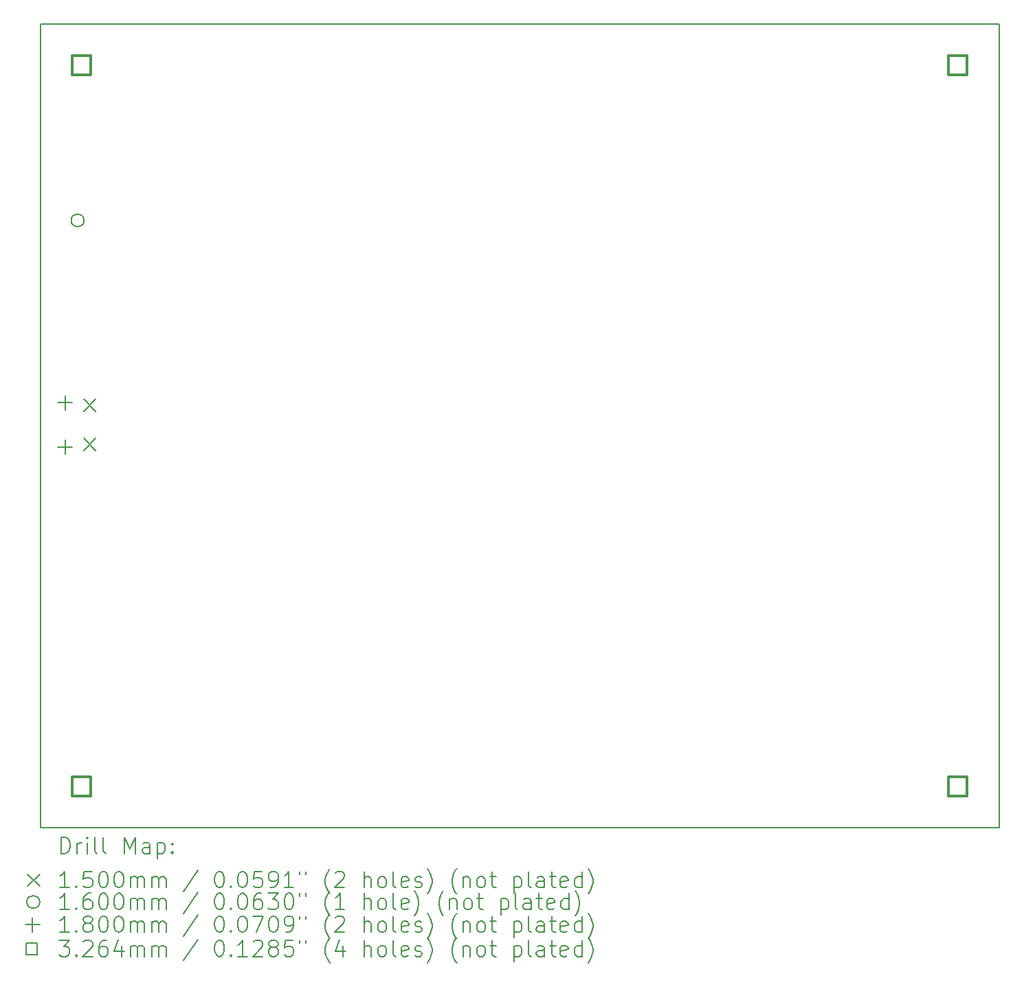
<source format=gbr>
%TF.GenerationSoftware,KiCad,Pcbnew,8.0.2-1*%
%TF.CreationDate,2024-09-04T16:21:51-07:00*%
%TF.ProjectId,laserBoxNew,6c617365-7242-46f7-984e-65772e6b6963,v01*%
%TF.SameCoordinates,Original*%
%TF.FileFunction,Drillmap*%
%TF.FilePolarity,Positive*%
%FSLAX45Y45*%
G04 Gerber Fmt 4.5, Leading zero omitted, Abs format (unit mm)*
G04 Created by KiCad (PCBNEW 8.0.2-1) date 2024-09-04 16:21:51*
%MOMM*%
%LPD*%
G01*
G04 APERTURE LIST*
%ADD10C,0.127000*%
%ADD11C,0.200000*%
%ADD12C,0.150000*%
%ADD13C,0.160000*%
%ADD14C,0.180000*%
%ADD15C,0.326390*%
G04 APERTURE END LIST*
D10*
X7772400Y-3251200D02*
X19583400Y-3251200D01*
X19583400Y-13157200D01*
X7772400Y-13157200D01*
X7772400Y-3251200D01*
D11*
D12*
X8305500Y-7874000D02*
X8455500Y-8024000D01*
X8455500Y-7874000D02*
X8305500Y-8024000D01*
X8305500Y-8359000D02*
X8455500Y-8509000D01*
X8455500Y-8359000D02*
X8305500Y-8509000D01*
D13*
X8312800Y-5671400D02*
G75*
G02*
X8152800Y-5671400I-80000J0D01*
G01*
X8152800Y-5671400D02*
G75*
G02*
X8312800Y-5671400I80000J0D01*
G01*
D14*
X8077500Y-7829000D02*
X8077500Y-8009000D01*
X7987500Y-7919000D02*
X8167500Y-7919000D01*
X8077500Y-8374000D02*
X8077500Y-8554000D01*
X7987500Y-8464000D02*
X8167500Y-8464000D01*
D15*
X8395797Y-3874597D02*
X8395797Y-3643803D01*
X8165003Y-3643803D01*
X8165003Y-3874597D01*
X8395797Y-3874597D01*
X8395797Y-12764597D02*
X8395797Y-12533803D01*
X8165003Y-12533803D01*
X8165003Y-12764597D01*
X8395797Y-12764597D01*
X19190797Y-3874597D02*
X19190797Y-3643803D01*
X18960003Y-3643803D01*
X18960003Y-3874597D01*
X19190797Y-3874597D01*
X19190797Y-12764597D02*
X19190797Y-12533803D01*
X18960003Y-12533803D01*
X18960003Y-12764597D01*
X19190797Y-12764597D01*
D11*
X8026827Y-13475034D02*
X8026827Y-13275034D01*
X8026827Y-13275034D02*
X8074446Y-13275034D01*
X8074446Y-13275034D02*
X8103017Y-13284558D01*
X8103017Y-13284558D02*
X8122065Y-13303605D01*
X8122065Y-13303605D02*
X8131589Y-13322653D01*
X8131589Y-13322653D02*
X8141112Y-13360748D01*
X8141112Y-13360748D02*
X8141112Y-13389319D01*
X8141112Y-13389319D02*
X8131589Y-13427415D01*
X8131589Y-13427415D02*
X8122065Y-13446462D01*
X8122065Y-13446462D02*
X8103017Y-13465510D01*
X8103017Y-13465510D02*
X8074446Y-13475034D01*
X8074446Y-13475034D02*
X8026827Y-13475034D01*
X8226827Y-13475034D02*
X8226827Y-13341700D01*
X8226827Y-13379796D02*
X8236351Y-13360748D01*
X8236351Y-13360748D02*
X8245874Y-13351224D01*
X8245874Y-13351224D02*
X8264922Y-13341700D01*
X8264922Y-13341700D02*
X8283970Y-13341700D01*
X8350636Y-13475034D02*
X8350636Y-13341700D01*
X8350636Y-13275034D02*
X8341112Y-13284558D01*
X8341112Y-13284558D02*
X8350636Y-13294081D01*
X8350636Y-13294081D02*
X8360160Y-13284558D01*
X8360160Y-13284558D02*
X8350636Y-13275034D01*
X8350636Y-13275034D02*
X8350636Y-13294081D01*
X8474446Y-13475034D02*
X8455398Y-13465510D01*
X8455398Y-13465510D02*
X8445874Y-13446462D01*
X8445874Y-13446462D02*
X8445874Y-13275034D01*
X8579208Y-13475034D02*
X8560160Y-13465510D01*
X8560160Y-13465510D02*
X8550636Y-13446462D01*
X8550636Y-13446462D02*
X8550636Y-13275034D01*
X8807779Y-13475034D02*
X8807779Y-13275034D01*
X8807779Y-13275034D02*
X8874446Y-13417891D01*
X8874446Y-13417891D02*
X8941113Y-13275034D01*
X8941113Y-13275034D02*
X8941113Y-13475034D01*
X9122065Y-13475034D02*
X9122065Y-13370272D01*
X9122065Y-13370272D02*
X9112541Y-13351224D01*
X9112541Y-13351224D02*
X9093494Y-13341700D01*
X9093494Y-13341700D02*
X9055398Y-13341700D01*
X9055398Y-13341700D02*
X9036351Y-13351224D01*
X9122065Y-13465510D02*
X9103017Y-13475034D01*
X9103017Y-13475034D02*
X9055398Y-13475034D01*
X9055398Y-13475034D02*
X9036351Y-13465510D01*
X9036351Y-13465510D02*
X9026827Y-13446462D01*
X9026827Y-13446462D02*
X9026827Y-13427415D01*
X9026827Y-13427415D02*
X9036351Y-13408367D01*
X9036351Y-13408367D02*
X9055398Y-13398843D01*
X9055398Y-13398843D02*
X9103017Y-13398843D01*
X9103017Y-13398843D02*
X9122065Y-13389319D01*
X9217303Y-13341700D02*
X9217303Y-13541700D01*
X9217303Y-13351224D02*
X9236351Y-13341700D01*
X9236351Y-13341700D02*
X9274446Y-13341700D01*
X9274446Y-13341700D02*
X9293494Y-13351224D01*
X9293494Y-13351224D02*
X9303017Y-13360748D01*
X9303017Y-13360748D02*
X9312541Y-13379796D01*
X9312541Y-13379796D02*
X9312541Y-13436938D01*
X9312541Y-13436938D02*
X9303017Y-13455986D01*
X9303017Y-13455986D02*
X9293494Y-13465510D01*
X9293494Y-13465510D02*
X9274446Y-13475034D01*
X9274446Y-13475034D02*
X9236351Y-13475034D01*
X9236351Y-13475034D02*
X9217303Y-13465510D01*
X9398255Y-13455986D02*
X9407779Y-13465510D01*
X9407779Y-13465510D02*
X9398255Y-13475034D01*
X9398255Y-13475034D02*
X9388732Y-13465510D01*
X9388732Y-13465510D02*
X9398255Y-13455986D01*
X9398255Y-13455986D02*
X9398255Y-13475034D01*
X9398255Y-13351224D02*
X9407779Y-13360748D01*
X9407779Y-13360748D02*
X9398255Y-13370272D01*
X9398255Y-13370272D02*
X9388732Y-13360748D01*
X9388732Y-13360748D02*
X9398255Y-13351224D01*
X9398255Y-13351224D02*
X9398255Y-13370272D01*
D12*
X7616050Y-13728550D02*
X7766050Y-13878550D01*
X7766050Y-13728550D02*
X7616050Y-13878550D01*
D11*
X8131589Y-13895034D02*
X8017303Y-13895034D01*
X8074446Y-13895034D02*
X8074446Y-13695034D01*
X8074446Y-13695034D02*
X8055398Y-13723605D01*
X8055398Y-13723605D02*
X8036351Y-13742653D01*
X8036351Y-13742653D02*
X8017303Y-13752177D01*
X8217303Y-13875986D02*
X8226827Y-13885510D01*
X8226827Y-13885510D02*
X8217303Y-13895034D01*
X8217303Y-13895034D02*
X8207779Y-13885510D01*
X8207779Y-13885510D02*
X8217303Y-13875986D01*
X8217303Y-13875986D02*
X8217303Y-13895034D01*
X8407779Y-13695034D02*
X8312541Y-13695034D01*
X8312541Y-13695034D02*
X8303017Y-13790272D01*
X8303017Y-13790272D02*
X8312541Y-13780748D01*
X8312541Y-13780748D02*
X8331589Y-13771224D01*
X8331589Y-13771224D02*
X8379208Y-13771224D01*
X8379208Y-13771224D02*
X8398255Y-13780748D01*
X8398255Y-13780748D02*
X8407779Y-13790272D01*
X8407779Y-13790272D02*
X8417303Y-13809319D01*
X8417303Y-13809319D02*
X8417303Y-13856938D01*
X8417303Y-13856938D02*
X8407779Y-13875986D01*
X8407779Y-13875986D02*
X8398255Y-13885510D01*
X8398255Y-13885510D02*
X8379208Y-13895034D01*
X8379208Y-13895034D02*
X8331589Y-13895034D01*
X8331589Y-13895034D02*
X8312541Y-13885510D01*
X8312541Y-13885510D02*
X8303017Y-13875986D01*
X8541113Y-13695034D02*
X8560160Y-13695034D01*
X8560160Y-13695034D02*
X8579208Y-13704558D01*
X8579208Y-13704558D02*
X8588732Y-13714081D01*
X8588732Y-13714081D02*
X8598255Y-13733129D01*
X8598255Y-13733129D02*
X8607779Y-13771224D01*
X8607779Y-13771224D02*
X8607779Y-13818843D01*
X8607779Y-13818843D02*
X8598255Y-13856938D01*
X8598255Y-13856938D02*
X8588732Y-13875986D01*
X8588732Y-13875986D02*
X8579208Y-13885510D01*
X8579208Y-13885510D02*
X8560160Y-13895034D01*
X8560160Y-13895034D02*
X8541113Y-13895034D01*
X8541113Y-13895034D02*
X8522065Y-13885510D01*
X8522065Y-13885510D02*
X8512541Y-13875986D01*
X8512541Y-13875986D02*
X8503017Y-13856938D01*
X8503017Y-13856938D02*
X8493494Y-13818843D01*
X8493494Y-13818843D02*
X8493494Y-13771224D01*
X8493494Y-13771224D02*
X8503017Y-13733129D01*
X8503017Y-13733129D02*
X8512541Y-13714081D01*
X8512541Y-13714081D02*
X8522065Y-13704558D01*
X8522065Y-13704558D02*
X8541113Y-13695034D01*
X8731589Y-13695034D02*
X8750636Y-13695034D01*
X8750636Y-13695034D02*
X8769684Y-13704558D01*
X8769684Y-13704558D02*
X8779208Y-13714081D01*
X8779208Y-13714081D02*
X8788732Y-13733129D01*
X8788732Y-13733129D02*
X8798255Y-13771224D01*
X8798255Y-13771224D02*
X8798255Y-13818843D01*
X8798255Y-13818843D02*
X8788732Y-13856938D01*
X8788732Y-13856938D02*
X8779208Y-13875986D01*
X8779208Y-13875986D02*
X8769684Y-13885510D01*
X8769684Y-13885510D02*
X8750636Y-13895034D01*
X8750636Y-13895034D02*
X8731589Y-13895034D01*
X8731589Y-13895034D02*
X8712541Y-13885510D01*
X8712541Y-13885510D02*
X8703017Y-13875986D01*
X8703017Y-13875986D02*
X8693494Y-13856938D01*
X8693494Y-13856938D02*
X8683970Y-13818843D01*
X8683970Y-13818843D02*
X8683970Y-13771224D01*
X8683970Y-13771224D02*
X8693494Y-13733129D01*
X8693494Y-13733129D02*
X8703017Y-13714081D01*
X8703017Y-13714081D02*
X8712541Y-13704558D01*
X8712541Y-13704558D02*
X8731589Y-13695034D01*
X8883970Y-13895034D02*
X8883970Y-13761700D01*
X8883970Y-13780748D02*
X8893494Y-13771224D01*
X8893494Y-13771224D02*
X8912541Y-13761700D01*
X8912541Y-13761700D02*
X8941113Y-13761700D01*
X8941113Y-13761700D02*
X8960160Y-13771224D01*
X8960160Y-13771224D02*
X8969684Y-13790272D01*
X8969684Y-13790272D02*
X8969684Y-13895034D01*
X8969684Y-13790272D02*
X8979208Y-13771224D01*
X8979208Y-13771224D02*
X8998255Y-13761700D01*
X8998255Y-13761700D02*
X9026827Y-13761700D01*
X9026827Y-13761700D02*
X9045875Y-13771224D01*
X9045875Y-13771224D02*
X9055398Y-13790272D01*
X9055398Y-13790272D02*
X9055398Y-13895034D01*
X9150636Y-13895034D02*
X9150636Y-13761700D01*
X9150636Y-13780748D02*
X9160160Y-13771224D01*
X9160160Y-13771224D02*
X9179208Y-13761700D01*
X9179208Y-13761700D02*
X9207779Y-13761700D01*
X9207779Y-13761700D02*
X9226827Y-13771224D01*
X9226827Y-13771224D02*
X9236351Y-13790272D01*
X9236351Y-13790272D02*
X9236351Y-13895034D01*
X9236351Y-13790272D02*
X9245875Y-13771224D01*
X9245875Y-13771224D02*
X9264922Y-13761700D01*
X9264922Y-13761700D02*
X9293494Y-13761700D01*
X9293494Y-13761700D02*
X9312541Y-13771224D01*
X9312541Y-13771224D02*
X9322065Y-13790272D01*
X9322065Y-13790272D02*
X9322065Y-13895034D01*
X9712541Y-13685510D02*
X9541113Y-13942653D01*
X9969684Y-13695034D02*
X9988732Y-13695034D01*
X9988732Y-13695034D02*
X10007779Y-13704558D01*
X10007779Y-13704558D02*
X10017303Y-13714081D01*
X10017303Y-13714081D02*
X10026827Y-13733129D01*
X10026827Y-13733129D02*
X10036351Y-13771224D01*
X10036351Y-13771224D02*
X10036351Y-13818843D01*
X10036351Y-13818843D02*
X10026827Y-13856938D01*
X10026827Y-13856938D02*
X10017303Y-13875986D01*
X10017303Y-13875986D02*
X10007779Y-13885510D01*
X10007779Y-13885510D02*
X9988732Y-13895034D01*
X9988732Y-13895034D02*
X9969684Y-13895034D01*
X9969684Y-13895034D02*
X9950637Y-13885510D01*
X9950637Y-13885510D02*
X9941113Y-13875986D01*
X9941113Y-13875986D02*
X9931589Y-13856938D01*
X9931589Y-13856938D02*
X9922065Y-13818843D01*
X9922065Y-13818843D02*
X9922065Y-13771224D01*
X9922065Y-13771224D02*
X9931589Y-13733129D01*
X9931589Y-13733129D02*
X9941113Y-13714081D01*
X9941113Y-13714081D02*
X9950637Y-13704558D01*
X9950637Y-13704558D02*
X9969684Y-13695034D01*
X10122065Y-13875986D02*
X10131589Y-13885510D01*
X10131589Y-13885510D02*
X10122065Y-13895034D01*
X10122065Y-13895034D02*
X10112541Y-13885510D01*
X10112541Y-13885510D02*
X10122065Y-13875986D01*
X10122065Y-13875986D02*
X10122065Y-13895034D01*
X10255398Y-13695034D02*
X10274446Y-13695034D01*
X10274446Y-13695034D02*
X10293494Y-13704558D01*
X10293494Y-13704558D02*
X10303018Y-13714081D01*
X10303018Y-13714081D02*
X10312541Y-13733129D01*
X10312541Y-13733129D02*
X10322065Y-13771224D01*
X10322065Y-13771224D02*
X10322065Y-13818843D01*
X10322065Y-13818843D02*
X10312541Y-13856938D01*
X10312541Y-13856938D02*
X10303018Y-13875986D01*
X10303018Y-13875986D02*
X10293494Y-13885510D01*
X10293494Y-13885510D02*
X10274446Y-13895034D01*
X10274446Y-13895034D02*
X10255398Y-13895034D01*
X10255398Y-13895034D02*
X10236351Y-13885510D01*
X10236351Y-13885510D02*
X10226827Y-13875986D01*
X10226827Y-13875986D02*
X10217303Y-13856938D01*
X10217303Y-13856938D02*
X10207779Y-13818843D01*
X10207779Y-13818843D02*
X10207779Y-13771224D01*
X10207779Y-13771224D02*
X10217303Y-13733129D01*
X10217303Y-13733129D02*
X10226827Y-13714081D01*
X10226827Y-13714081D02*
X10236351Y-13704558D01*
X10236351Y-13704558D02*
X10255398Y-13695034D01*
X10503018Y-13695034D02*
X10407779Y-13695034D01*
X10407779Y-13695034D02*
X10398256Y-13790272D01*
X10398256Y-13790272D02*
X10407779Y-13780748D01*
X10407779Y-13780748D02*
X10426827Y-13771224D01*
X10426827Y-13771224D02*
X10474446Y-13771224D01*
X10474446Y-13771224D02*
X10493494Y-13780748D01*
X10493494Y-13780748D02*
X10503018Y-13790272D01*
X10503018Y-13790272D02*
X10512541Y-13809319D01*
X10512541Y-13809319D02*
X10512541Y-13856938D01*
X10512541Y-13856938D02*
X10503018Y-13875986D01*
X10503018Y-13875986D02*
X10493494Y-13885510D01*
X10493494Y-13885510D02*
X10474446Y-13895034D01*
X10474446Y-13895034D02*
X10426827Y-13895034D01*
X10426827Y-13895034D02*
X10407779Y-13885510D01*
X10407779Y-13885510D02*
X10398256Y-13875986D01*
X10607779Y-13895034D02*
X10645875Y-13895034D01*
X10645875Y-13895034D02*
X10664922Y-13885510D01*
X10664922Y-13885510D02*
X10674446Y-13875986D01*
X10674446Y-13875986D02*
X10693494Y-13847415D01*
X10693494Y-13847415D02*
X10703018Y-13809319D01*
X10703018Y-13809319D02*
X10703018Y-13733129D01*
X10703018Y-13733129D02*
X10693494Y-13714081D01*
X10693494Y-13714081D02*
X10683970Y-13704558D01*
X10683970Y-13704558D02*
X10664922Y-13695034D01*
X10664922Y-13695034D02*
X10626827Y-13695034D01*
X10626827Y-13695034D02*
X10607779Y-13704558D01*
X10607779Y-13704558D02*
X10598256Y-13714081D01*
X10598256Y-13714081D02*
X10588732Y-13733129D01*
X10588732Y-13733129D02*
X10588732Y-13780748D01*
X10588732Y-13780748D02*
X10598256Y-13799796D01*
X10598256Y-13799796D02*
X10607779Y-13809319D01*
X10607779Y-13809319D02*
X10626827Y-13818843D01*
X10626827Y-13818843D02*
X10664922Y-13818843D01*
X10664922Y-13818843D02*
X10683970Y-13809319D01*
X10683970Y-13809319D02*
X10693494Y-13799796D01*
X10693494Y-13799796D02*
X10703018Y-13780748D01*
X10893494Y-13895034D02*
X10779208Y-13895034D01*
X10836351Y-13895034D02*
X10836351Y-13695034D01*
X10836351Y-13695034D02*
X10817303Y-13723605D01*
X10817303Y-13723605D02*
X10798256Y-13742653D01*
X10798256Y-13742653D02*
X10779208Y-13752177D01*
X10969684Y-13695034D02*
X10969684Y-13733129D01*
X11045875Y-13695034D02*
X11045875Y-13733129D01*
X11341113Y-13971224D02*
X11331589Y-13961700D01*
X11331589Y-13961700D02*
X11312541Y-13933129D01*
X11312541Y-13933129D02*
X11303018Y-13914081D01*
X11303018Y-13914081D02*
X11293494Y-13885510D01*
X11293494Y-13885510D02*
X11283970Y-13837891D01*
X11283970Y-13837891D02*
X11283970Y-13799796D01*
X11283970Y-13799796D02*
X11293494Y-13752177D01*
X11293494Y-13752177D02*
X11303018Y-13723605D01*
X11303018Y-13723605D02*
X11312541Y-13704558D01*
X11312541Y-13704558D02*
X11331589Y-13675986D01*
X11331589Y-13675986D02*
X11341113Y-13666462D01*
X11407779Y-13714081D02*
X11417303Y-13704558D01*
X11417303Y-13704558D02*
X11436351Y-13695034D01*
X11436351Y-13695034D02*
X11483970Y-13695034D01*
X11483970Y-13695034D02*
X11503018Y-13704558D01*
X11503018Y-13704558D02*
X11512541Y-13714081D01*
X11512541Y-13714081D02*
X11522065Y-13733129D01*
X11522065Y-13733129D02*
X11522065Y-13752177D01*
X11522065Y-13752177D02*
X11512541Y-13780748D01*
X11512541Y-13780748D02*
X11398256Y-13895034D01*
X11398256Y-13895034D02*
X11522065Y-13895034D01*
X11760160Y-13895034D02*
X11760160Y-13695034D01*
X11845875Y-13895034D02*
X11845875Y-13790272D01*
X11845875Y-13790272D02*
X11836351Y-13771224D01*
X11836351Y-13771224D02*
X11817303Y-13761700D01*
X11817303Y-13761700D02*
X11788732Y-13761700D01*
X11788732Y-13761700D02*
X11769684Y-13771224D01*
X11769684Y-13771224D02*
X11760160Y-13780748D01*
X11969684Y-13895034D02*
X11950637Y-13885510D01*
X11950637Y-13885510D02*
X11941113Y-13875986D01*
X11941113Y-13875986D02*
X11931589Y-13856938D01*
X11931589Y-13856938D02*
X11931589Y-13799796D01*
X11931589Y-13799796D02*
X11941113Y-13780748D01*
X11941113Y-13780748D02*
X11950637Y-13771224D01*
X11950637Y-13771224D02*
X11969684Y-13761700D01*
X11969684Y-13761700D02*
X11998256Y-13761700D01*
X11998256Y-13761700D02*
X12017303Y-13771224D01*
X12017303Y-13771224D02*
X12026827Y-13780748D01*
X12026827Y-13780748D02*
X12036351Y-13799796D01*
X12036351Y-13799796D02*
X12036351Y-13856938D01*
X12036351Y-13856938D02*
X12026827Y-13875986D01*
X12026827Y-13875986D02*
X12017303Y-13885510D01*
X12017303Y-13885510D02*
X11998256Y-13895034D01*
X11998256Y-13895034D02*
X11969684Y-13895034D01*
X12150637Y-13895034D02*
X12131589Y-13885510D01*
X12131589Y-13885510D02*
X12122065Y-13866462D01*
X12122065Y-13866462D02*
X12122065Y-13695034D01*
X12303018Y-13885510D02*
X12283970Y-13895034D01*
X12283970Y-13895034D02*
X12245875Y-13895034D01*
X12245875Y-13895034D02*
X12226827Y-13885510D01*
X12226827Y-13885510D02*
X12217303Y-13866462D01*
X12217303Y-13866462D02*
X12217303Y-13790272D01*
X12217303Y-13790272D02*
X12226827Y-13771224D01*
X12226827Y-13771224D02*
X12245875Y-13761700D01*
X12245875Y-13761700D02*
X12283970Y-13761700D01*
X12283970Y-13761700D02*
X12303018Y-13771224D01*
X12303018Y-13771224D02*
X12312541Y-13790272D01*
X12312541Y-13790272D02*
X12312541Y-13809319D01*
X12312541Y-13809319D02*
X12217303Y-13828367D01*
X12388732Y-13885510D02*
X12407780Y-13895034D01*
X12407780Y-13895034D02*
X12445875Y-13895034D01*
X12445875Y-13895034D02*
X12464922Y-13885510D01*
X12464922Y-13885510D02*
X12474446Y-13866462D01*
X12474446Y-13866462D02*
X12474446Y-13856938D01*
X12474446Y-13856938D02*
X12464922Y-13837891D01*
X12464922Y-13837891D02*
X12445875Y-13828367D01*
X12445875Y-13828367D02*
X12417303Y-13828367D01*
X12417303Y-13828367D02*
X12398256Y-13818843D01*
X12398256Y-13818843D02*
X12388732Y-13799796D01*
X12388732Y-13799796D02*
X12388732Y-13790272D01*
X12388732Y-13790272D02*
X12398256Y-13771224D01*
X12398256Y-13771224D02*
X12417303Y-13761700D01*
X12417303Y-13761700D02*
X12445875Y-13761700D01*
X12445875Y-13761700D02*
X12464922Y-13771224D01*
X12541113Y-13971224D02*
X12550637Y-13961700D01*
X12550637Y-13961700D02*
X12569684Y-13933129D01*
X12569684Y-13933129D02*
X12579208Y-13914081D01*
X12579208Y-13914081D02*
X12588732Y-13885510D01*
X12588732Y-13885510D02*
X12598256Y-13837891D01*
X12598256Y-13837891D02*
X12598256Y-13799796D01*
X12598256Y-13799796D02*
X12588732Y-13752177D01*
X12588732Y-13752177D02*
X12579208Y-13723605D01*
X12579208Y-13723605D02*
X12569684Y-13704558D01*
X12569684Y-13704558D02*
X12550637Y-13675986D01*
X12550637Y-13675986D02*
X12541113Y-13666462D01*
X12903018Y-13971224D02*
X12893494Y-13961700D01*
X12893494Y-13961700D02*
X12874446Y-13933129D01*
X12874446Y-13933129D02*
X12864922Y-13914081D01*
X12864922Y-13914081D02*
X12855399Y-13885510D01*
X12855399Y-13885510D02*
X12845875Y-13837891D01*
X12845875Y-13837891D02*
X12845875Y-13799796D01*
X12845875Y-13799796D02*
X12855399Y-13752177D01*
X12855399Y-13752177D02*
X12864922Y-13723605D01*
X12864922Y-13723605D02*
X12874446Y-13704558D01*
X12874446Y-13704558D02*
X12893494Y-13675986D01*
X12893494Y-13675986D02*
X12903018Y-13666462D01*
X12979208Y-13761700D02*
X12979208Y-13895034D01*
X12979208Y-13780748D02*
X12988732Y-13771224D01*
X12988732Y-13771224D02*
X13007780Y-13761700D01*
X13007780Y-13761700D02*
X13036351Y-13761700D01*
X13036351Y-13761700D02*
X13055399Y-13771224D01*
X13055399Y-13771224D02*
X13064922Y-13790272D01*
X13064922Y-13790272D02*
X13064922Y-13895034D01*
X13188732Y-13895034D02*
X13169684Y-13885510D01*
X13169684Y-13885510D02*
X13160161Y-13875986D01*
X13160161Y-13875986D02*
X13150637Y-13856938D01*
X13150637Y-13856938D02*
X13150637Y-13799796D01*
X13150637Y-13799796D02*
X13160161Y-13780748D01*
X13160161Y-13780748D02*
X13169684Y-13771224D01*
X13169684Y-13771224D02*
X13188732Y-13761700D01*
X13188732Y-13761700D02*
X13217303Y-13761700D01*
X13217303Y-13761700D02*
X13236351Y-13771224D01*
X13236351Y-13771224D02*
X13245875Y-13780748D01*
X13245875Y-13780748D02*
X13255399Y-13799796D01*
X13255399Y-13799796D02*
X13255399Y-13856938D01*
X13255399Y-13856938D02*
X13245875Y-13875986D01*
X13245875Y-13875986D02*
X13236351Y-13885510D01*
X13236351Y-13885510D02*
X13217303Y-13895034D01*
X13217303Y-13895034D02*
X13188732Y-13895034D01*
X13312542Y-13761700D02*
X13388732Y-13761700D01*
X13341113Y-13695034D02*
X13341113Y-13866462D01*
X13341113Y-13866462D02*
X13350637Y-13885510D01*
X13350637Y-13885510D02*
X13369684Y-13895034D01*
X13369684Y-13895034D02*
X13388732Y-13895034D01*
X13607780Y-13761700D02*
X13607780Y-13961700D01*
X13607780Y-13771224D02*
X13626827Y-13761700D01*
X13626827Y-13761700D02*
X13664923Y-13761700D01*
X13664923Y-13761700D02*
X13683970Y-13771224D01*
X13683970Y-13771224D02*
X13693494Y-13780748D01*
X13693494Y-13780748D02*
X13703018Y-13799796D01*
X13703018Y-13799796D02*
X13703018Y-13856938D01*
X13703018Y-13856938D02*
X13693494Y-13875986D01*
X13693494Y-13875986D02*
X13683970Y-13885510D01*
X13683970Y-13885510D02*
X13664923Y-13895034D01*
X13664923Y-13895034D02*
X13626827Y-13895034D01*
X13626827Y-13895034D02*
X13607780Y-13885510D01*
X13817303Y-13895034D02*
X13798256Y-13885510D01*
X13798256Y-13885510D02*
X13788732Y-13866462D01*
X13788732Y-13866462D02*
X13788732Y-13695034D01*
X13979208Y-13895034D02*
X13979208Y-13790272D01*
X13979208Y-13790272D02*
X13969684Y-13771224D01*
X13969684Y-13771224D02*
X13950637Y-13761700D01*
X13950637Y-13761700D02*
X13912542Y-13761700D01*
X13912542Y-13761700D02*
X13893494Y-13771224D01*
X13979208Y-13885510D02*
X13960161Y-13895034D01*
X13960161Y-13895034D02*
X13912542Y-13895034D01*
X13912542Y-13895034D02*
X13893494Y-13885510D01*
X13893494Y-13885510D02*
X13883970Y-13866462D01*
X13883970Y-13866462D02*
X13883970Y-13847415D01*
X13883970Y-13847415D02*
X13893494Y-13828367D01*
X13893494Y-13828367D02*
X13912542Y-13818843D01*
X13912542Y-13818843D02*
X13960161Y-13818843D01*
X13960161Y-13818843D02*
X13979208Y-13809319D01*
X14045875Y-13761700D02*
X14122065Y-13761700D01*
X14074446Y-13695034D02*
X14074446Y-13866462D01*
X14074446Y-13866462D02*
X14083970Y-13885510D01*
X14083970Y-13885510D02*
X14103018Y-13895034D01*
X14103018Y-13895034D02*
X14122065Y-13895034D01*
X14264923Y-13885510D02*
X14245875Y-13895034D01*
X14245875Y-13895034D02*
X14207780Y-13895034D01*
X14207780Y-13895034D02*
X14188732Y-13885510D01*
X14188732Y-13885510D02*
X14179208Y-13866462D01*
X14179208Y-13866462D02*
X14179208Y-13790272D01*
X14179208Y-13790272D02*
X14188732Y-13771224D01*
X14188732Y-13771224D02*
X14207780Y-13761700D01*
X14207780Y-13761700D02*
X14245875Y-13761700D01*
X14245875Y-13761700D02*
X14264923Y-13771224D01*
X14264923Y-13771224D02*
X14274446Y-13790272D01*
X14274446Y-13790272D02*
X14274446Y-13809319D01*
X14274446Y-13809319D02*
X14179208Y-13828367D01*
X14445875Y-13895034D02*
X14445875Y-13695034D01*
X14445875Y-13885510D02*
X14426827Y-13895034D01*
X14426827Y-13895034D02*
X14388732Y-13895034D01*
X14388732Y-13895034D02*
X14369684Y-13885510D01*
X14369684Y-13885510D02*
X14360161Y-13875986D01*
X14360161Y-13875986D02*
X14350637Y-13856938D01*
X14350637Y-13856938D02*
X14350637Y-13799796D01*
X14350637Y-13799796D02*
X14360161Y-13780748D01*
X14360161Y-13780748D02*
X14369684Y-13771224D01*
X14369684Y-13771224D02*
X14388732Y-13761700D01*
X14388732Y-13761700D02*
X14426827Y-13761700D01*
X14426827Y-13761700D02*
X14445875Y-13771224D01*
X14522065Y-13971224D02*
X14531589Y-13961700D01*
X14531589Y-13961700D02*
X14550637Y-13933129D01*
X14550637Y-13933129D02*
X14560161Y-13914081D01*
X14560161Y-13914081D02*
X14569684Y-13885510D01*
X14569684Y-13885510D02*
X14579208Y-13837891D01*
X14579208Y-13837891D02*
X14579208Y-13799796D01*
X14579208Y-13799796D02*
X14569684Y-13752177D01*
X14569684Y-13752177D02*
X14560161Y-13723605D01*
X14560161Y-13723605D02*
X14550637Y-13704558D01*
X14550637Y-13704558D02*
X14531589Y-13675986D01*
X14531589Y-13675986D02*
X14522065Y-13666462D01*
D13*
X7766050Y-14073550D02*
G75*
G02*
X7606050Y-14073550I-80000J0D01*
G01*
X7606050Y-14073550D02*
G75*
G02*
X7766050Y-14073550I80000J0D01*
G01*
D11*
X8131589Y-14165034D02*
X8017303Y-14165034D01*
X8074446Y-14165034D02*
X8074446Y-13965034D01*
X8074446Y-13965034D02*
X8055398Y-13993605D01*
X8055398Y-13993605D02*
X8036351Y-14012653D01*
X8036351Y-14012653D02*
X8017303Y-14022177D01*
X8217303Y-14145986D02*
X8226827Y-14155510D01*
X8226827Y-14155510D02*
X8217303Y-14165034D01*
X8217303Y-14165034D02*
X8207779Y-14155510D01*
X8207779Y-14155510D02*
X8217303Y-14145986D01*
X8217303Y-14145986D02*
X8217303Y-14165034D01*
X8398255Y-13965034D02*
X8360160Y-13965034D01*
X8360160Y-13965034D02*
X8341112Y-13974558D01*
X8341112Y-13974558D02*
X8331589Y-13984081D01*
X8331589Y-13984081D02*
X8312541Y-14012653D01*
X8312541Y-14012653D02*
X8303017Y-14050748D01*
X8303017Y-14050748D02*
X8303017Y-14126938D01*
X8303017Y-14126938D02*
X8312541Y-14145986D01*
X8312541Y-14145986D02*
X8322065Y-14155510D01*
X8322065Y-14155510D02*
X8341112Y-14165034D01*
X8341112Y-14165034D02*
X8379208Y-14165034D01*
X8379208Y-14165034D02*
X8398255Y-14155510D01*
X8398255Y-14155510D02*
X8407779Y-14145986D01*
X8407779Y-14145986D02*
X8417303Y-14126938D01*
X8417303Y-14126938D02*
X8417303Y-14079319D01*
X8417303Y-14079319D02*
X8407779Y-14060272D01*
X8407779Y-14060272D02*
X8398255Y-14050748D01*
X8398255Y-14050748D02*
X8379208Y-14041224D01*
X8379208Y-14041224D02*
X8341112Y-14041224D01*
X8341112Y-14041224D02*
X8322065Y-14050748D01*
X8322065Y-14050748D02*
X8312541Y-14060272D01*
X8312541Y-14060272D02*
X8303017Y-14079319D01*
X8541113Y-13965034D02*
X8560160Y-13965034D01*
X8560160Y-13965034D02*
X8579208Y-13974558D01*
X8579208Y-13974558D02*
X8588732Y-13984081D01*
X8588732Y-13984081D02*
X8598255Y-14003129D01*
X8598255Y-14003129D02*
X8607779Y-14041224D01*
X8607779Y-14041224D02*
X8607779Y-14088843D01*
X8607779Y-14088843D02*
X8598255Y-14126938D01*
X8598255Y-14126938D02*
X8588732Y-14145986D01*
X8588732Y-14145986D02*
X8579208Y-14155510D01*
X8579208Y-14155510D02*
X8560160Y-14165034D01*
X8560160Y-14165034D02*
X8541113Y-14165034D01*
X8541113Y-14165034D02*
X8522065Y-14155510D01*
X8522065Y-14155510D02*
X8512541Y-14145986D01*
X8512541Y-14145986D02*
X8503017Y-14126938D01*
X8503017Y-14126938D02*
X8493494Y-14088843D01*
X8493494Y-14088843D02*
X8493494Y-14041224D01*
X8493494Y-14041224D02*
X8503017Y-14003129D01*
X8503017Y-14003129D02*
X8512541Y-13984081D01*
X8512541Y-13984081D02*
X8522065Y-13974558D01*
X8522065Y-13974558D02*
X8541113Y-13965034D01*
X8731589Y-13965034D02*
X8750636Y-13965034D01*
X8750636Y-13965034D02*
X8769684Y-13974558D01*
X8769684Y-13974558D02*
X8779208Y-13984081D01*
X8779208Y-13984081D02*
X8788732Y-14003129D01*
X8788732Y-14003129D02*
X8798255Y-14041224D01*
X8798255Y-14041224D02*
X8798255Y-14088843D01*
X8798255Y-14088843D02*
X8788732Y-14126938D01*
X8788732Y-14126938D02*
X8779208Y-14145986D01*
X8779208Y-14145986D02*
X8769684Y-14155510D01*
X8769684Y-14155510D02*
X8750636Y-14165034D01*
X8750636Y-14165034D02*
X8731589Y-14165034D01*
X8731589Y-14165034D02*
X8712541Y-14155510D01*
X8712541Y-14155510D02*
X8703017Y-14145986D01*
X8703017Y-14145986D02*
X8693494Y-14126938D01*
X8693494Y-14126938D02*
X8683970Y-14088843D01*
X8683970Y-14088843D02*
X8683970Y-14041224D01*
X8683970Y-14041224D02*
X8693494Y-14003129D01*
X8693494Y-14003129D02*
X8703017Y-13984081D01*
X8703017Y-13984081D02*
X8712541Y-13974558D01*
X8712541Y-13974558D02*
X8731589Y-13965034D01*
X8883970Y-14165034D02*
X8883970Y-14031700D01*
X8883970Y-14050748D02*
X8893494Y-14041224D01*
X8893494Y-14041224D02*
X8912541Y-14031700D01*
X8912541Y-14031700D02*
X8941113Y-14031700D01*
X8941113Y-14031700D02*
X8960160Y-14041224D01*
X8960160Y-14041224D02*
X8969684Y-14060272D01*
X8969684Y-14060272D02*
X8969684Y-14165034D01*
X8969684Y-14060272D02*
X8979208Y-14041224D01*
X8979208Y-14041224D02*
X8998255Y-14031700D01*
X8998255Y-14031700D02*
X9026827Y-14031700D01*
X9026827Y-14031700D02*
X9045875Y-14041224D01*
X9045875Y-14041224D02*
X9055398Y-14060272D01*
X9055398Y-14060272D02*
X9055398Y-14165034D01*
X9150636Y-14165034D02*
X9150636Y-14031700D01*
X9150636Y-14050748D02*
X9160160Y-14041224D01*
X9160160Y-14041224D02*
X9179208Y-14031700D01*
X9179208Y-14031700D02*
X9207779Y-14031700D01*
X9207779Y-14031700D02*
X9226827Y-14041224D01*
X9226827Y-14041224D02*
X9236351Y-14060272D01*
X9236351Y-14060272D02*
X9236351Y-14165034D01*
X9236351Y-14060272D02*
X9245875Y-14041224D01*
X9245875Y-14041224D02*
X9264922Y-14031700D01*
X9264922Y-14031700D02*
X9293494Y-14031700D01*
X9293494Y-14031700D02*
X9312541Y-14041224D01*
X9312541Y-14041224D02*
X9322065Y-14060272D01*
X9322065Y-14060272D02*
X9322065Y-14165034D01*
X9712541Y-13955510D02*
X9541113Y-14212653D01*
X9969684Y-13965034D02*
X9988732Y-13965034D01*
X9988732Y-13965034D02*
X10007779Y-13974558D01*
X10007779Y-13974558D02*
X10017303Y-13984081D01*
X10017303Y-13984081D02*
X10026827Y-14003129D01*
X10026827Y-14003129D02*
X10036351Y-14041224D01*
X10036351Y-14041224D02*
X10036351Y-14088843D01*
X10036351Y-14088843D02*
X10026827Y-14126938D01*
X10026827Y-14126938D02*
X10017303Y-14145986D01*
X10017303Y-14145986D02*
X10007779Y-14155510D01*
X10007779Y-14155510D02*
X9988732Y-14165034D01*
X9988732Y-14165034D02*
X9969684Y-14165034D01*
X9969684Y-14165034D02*
X9950637Y-14155510D01*
X9950637Y-14155510D02*
X9941113Y-14145986D01*
X9941113Y-14145986D02*
X9931589Y-14126938D01*
X9931589Y-14126938D02*
X9922065Y-14088843D01*
X9922065Y-14088843D02*
X9922065Y-14041224D01*
X9922065Y-14041224D02*
X9931589Y-14003129D01*
X9931589Y-14003129D02*
X9941113Y-13984081D01*
X9941113Y-13984081D02*
X9950637Y-13974558D01*
X9950637Y-13974558D02*
X9969684Y-13965034D01*
X10122065Y-14145986D02*
X10131589Y-14155510D01*
X10131589Y-14155510D02*
X10122065Y-14165034D01*
X10122065Y-14165034D02*
X10112541Y-14155510D01*
X10112541Y-14155510D02*
X10122065Y-14145986D01*
X10122065Y-14145986D02*
X10122065Y-14165034D01*
X10255398Y-13965034D02*
X10274446Y-13965034D01*
X10274446Y-13965034D02*
X10293494Y-13974558D01*
X10293494Y-13974558D02*
X10303018Y-13984081D01*
X10303018Y-13984081D02*
X10312541Y-14003129D01*
X10312541Y-14003129D02*
X10322065Y-14041224D01*
X10322065Y-14041224D02*
X10322065Y-14088843D01*
X10322065Y-14088843D02*
X10312541Y-14126938D01*
X10312541Y-14126938D02*
X10303018Y-14145986D01*
X10303018Y-14145986D02*
X10293494Y-14155510D01*
X10293494Y-14155510D02*
X10274446Y-14165034D01*
X10274446Y-14165034D02*
X10255398Y-14165034D01*
X10255398Y-14165034D02*
X10236351Y-14155510D01*
X10236351Y-14155510D02*
X10226827Y-14145986D01*
X10226827Y-14145986D02*
X10217303Y-14126938D01*
X10217303Y-14126938D02*
X10207779Y-14088843D01*
X10207779Y-14088843D02*
X10207779Y-14041224D01*
X10207779Y-14041224D02*
X10217303Y-14003129D01*
X10217303Y-14003129D02*
X10226827Y-13984081D01*
X10226827Y-13984081D02*
X10236351Y-13974558D01*
X10236351Y-13974558D02*
X10255398Y-13965034D01*
X10493494Y-13965034D02*
X10455398Y-13965034D01*
X10455398Y-13965034D02*
X10436351Y-13974558D01*
X10436351Y-13974558D02*
X10426827Y-13984081D01*
X10426827Y-13984081D02*
X10407779Y-14012653D01*
X10407779Y-14012653D02*
X10398256Y-14050748D01*
X10398256Y-14050748D02*
X10398256Y-14126938D01*
X10398256Y-14126938D02*
X10407779Y-14145986D01*
X10407779Y-14145986D02*
X10417303Y-14155510D01*
X10417303Y-14155510D02*
X10436351Y-14165034D01*
X10436351Y-14165034D02*
X10474446Y-14165034D01*
X10474446Y-14165034D02*
X10493494Y-14155510D01*
X10493494Y-14155510D02*
X10503018Y-14145986D01*
X10503018Y-14145986D02*
X10512541Y-14126938D01*
X10512541Y-14126938D02*
X10512541Y-14079319D01*
X10512541Y-14079319D02*
X10503018Y-14060272D01*
X10503018Y-14060272D02*
X10493494Y-14050748D01*
X10493494Y-14050748D02*
X10474446Y-14041224D01*
X10474446Y-14041224D02*
X10436351Y-14041224D01*
X10436351Y-14041224D02*
X10417303Y-14050748D01*
X10417303Y-14050748D02*
X10407779Y-14060272D01*
X10407779Y-14060272D02*
X10398256Y-14079319D01*
X10579208Y-13965034D02*
X10703018Y-13965034D01*
X10703018Y-13965034D02*
X10636351Y-14041224D01*
X10636351Y-14041224D02*
X10664922Y-14041224D01*
X10664922Y-14041224D02*
X10683970Y-14050748D01*
X10683970Y-14050748D02*
X10693494Y-14060272D01*
X10693494Y-14060272D02*
X10703018Y-14079319D01*
X10703018Y-14079319D02*
X10703018Y-14126938D01*
X10703018Y-14126938D02*
X10693494Y-14145986D01*
X10693494Y-14145986D02*
X10683970Y-14155510D01*
X10683970Y-14155510D02*
X10664922Y-14165034D01*
X10664922Y-14165034D02*
X10607779Y-14165034D01*
X10607779Y-14165034D02*
X10588732Y-14155510D01*
X10588732Y-14155510D02*
X10579208Y-14145986D01*
X10826827Y-13965034D02*
X10845875Y-13965034D01*
X10845875Y-13965034D02*
X10864922Y-13974558D01*
X10864922Y-13974558D02*
X10874446Y-13984081D01*
X10874446Y-13984081D02*
X10883970Y-14003129D01*
X10883970Y-14003129D02*
X10893494Y-14041224D01*
X10893494Y-14041224D02*
X10893494Y-14088843D01*
X10893494Y-14088843D02*
X10883970Y-14126938D01*
X10883970Y-14126938D02*
X10874446Y-14145986D01*
X10874446Y-14145986D02*
X10864922Y-14155510D01*
X10864922Y-14155510D02*
X10845875Y-14165034D01*
X10845875Y-14165034D02*
X10826827Y-14165034D01*
X10826827Y-14165034D02*
X10807779Y-14155510D01*
X10807779Y-14155510D02*
X10798256Y-14145986D01*
X10798256Y-14145986D02*
X10788732Y-14126938D01*
X10788732Y-14126938D02*
X10779208Y-14088843D01*
X10779208Y-14088843D02*
X10779208Y-14041224D01*
X10779208Y-14041224D02*
X10788732Y-14003129D01*
X10788732Y-14003129D02*
X10798256Y-13984081D01*
X10798256Y-13984081D02*
X10807779Y-13974558D01*
X10807779Y-13974558D02*
X10826827Y-13965034D01*
X10969684Y-13965034D02*
X10969684Y-14003129D01*
X11045875Y-13965034D02*
X11045875Y-14003129D01*
X11341113Y-14241224D02*
X11331589Y-14231700D01*
X11331589Y-14231700D02*
X11312541Y-14203129D01*
X11312541Y-14203129D02*
X11303018Y-14184081D01*
X11303018Y-14184081D02*
X11293494Y-14155510D01*
X11293494Y-14155510D02*
X11283970Y-14107891D01*
X11283970Y-14107891D02*
X11283970Y-14069796D01*
X11283970Y-14069796D02*
X11293494Y-14022177D01*
X11293494Y-14022177D02*
X11303018Y-13993605D01*
X11303018Y-13993605D02*
X11312541Y-13974558D01*
X11312541Y-13974558D02*
X11331589Y-13945986D01*
X11331589Y-13945986D02*
X11341113Y-13936462D01*
X11522065Y-14165034D02*
X11407779Y-14165034D01*
X11464922Y-14165034D02*
X11464922Y-13965034D01*
X11464922Y-13965034D02*
X11445875Y-13993605D01*
X11445875Y-13993605D02*
X11426827Y-14012653D01*
X11426827Y-14012653D02*
X11407779Y-14022177D01*
X11760160Y-14165034D02*
X11760160Y-13965034D01*
X11845875Y-14165034D02*
X11845875Y-14060272D01*
X11845875Y-14060272D02*
X11836351Y-14041224D01*
X11836351Y-14041224D02*
X11817303Y-14031700D01*
X11817303Y-14031700D02*
X11788732Y-14031700D01*
X11788732Y-14031700D02*
X11769684Y-14041224D01*
X11769684Y-14041224D02*
X11760160Y-14050748D01*
X11969684Y-14165034D02*
X11950637Y-14155510D01*
X11950637Y-14155510D02*
X11941113Y-14145986D01*
X11941113Y-14145986D02*
X11931589Y-14126938D01*
X11931589Y-14126938D02*
X11931589Y-14069796D01*
X11931589Y-14069796D02*
X11941113Y-14050748D01*
X11941113Y-14050748D02*
X11950637Y-14041224D01*
X11950637Y-14041224D02*
X11969684Y-14031700D01*
X11969684Y-14031700D02*
X11998256Y-14031700D01*
X11998256Y-14031700D02*
X12017303Y-14041224D01*
X12017303Y-14041224D02*
X12026827Y-14050748D01*
X12026827Y-14050748D02*
X12036351Y-14069796D01*
X12036351Y-14069796D02*
X12036351Y-14126938D01*
X12036351Y-14126938D02*
X12026827Y-14145986D01*
X12026827Y-14145986D02*
X12017303Y-14155510D01*
X12017303Y-14155510D02*
X11998256Y-14165034D01*
X11998256Y-14165034D02*
X11969684Y-14165034D01*
X12150637Y-14165034D02*
X12131589Y-14155510D01*
X12131589Y-14155510D02*
X12122065Y-14136462D01*
X12122065Y-14136462D02*
X12122065Y-13965034D01*
X12303018Y-14155510D02*
X12283970Y-14165034D01*
X12283970Y-14165034D02*
X12245875Y-14165034D01*
X12245875Y-14165034D02*
X12226827Y-14155510D01*
X12226827Y-14155510D02*
X12217303Y-14136462D01*
X12217303Y-14136462D02*
X12217303Y-14060272D01*
X12217303Y-14060272D02*
X12226827Y-14041224D01*
X12226827Y-14041224D02*
X12245875Y-14031700D01*
X12245875Y-14031700D02*
X12283970Y-14031700D01*
X12283970Y-14031700D02*
X12303018Y-14041224D01*
X12303018Y-14041224D02*
X12312541Y-14060272D01*
X12312541Y-14060272D02*
X12312541Y-14079319D01*
X12312541Y-14079319D02*
X12217303Y-14098367D01*
X12379208Y-14241224D02*
X12388732Y-14231700D01*
X12388732Y-14231700D02*
X12407780Y-14203129D01*
X12407780Y-14203129D02*
X12417303Y-14184081D01*
X12417303Y-14184081D02*
X12426827Y-14155510D01*
X12426827Y-14155510D02*
X12436351Y-14107891D01*
X12436351Y-14107891D02*
X12436351Y-14069796D01*
X12436351Y-14069796D02*
X12426827Y-14022177D01*
X12426827Y-14022177D02*
X12417303Y-13993605D01*
X12417303Y-13993605D02*
X12407780Y-13974558D01*
X12407780Y-13974558D02*
X12388732Y-13945986D01*
X12388732Y-13945986D02*
X12379208Y-13936462D01*
X12741113Y-14241224D02*
X12731589Y-14231700D01*
X12731589Y-14231700D02*
X12712541Y-14203129D01*
X12712541Y-14203129D02*
X12703018Y-14184081D01*
X12703018Y-14184081D02*
X12693494Y-14155510D01*
X12693494Y-14155510D02*
X12683970Y-14107891D01*
X12683970Y-14107891D02*
X12683970Y-14069796D01*
X12683970Y-14069796D02*
X12693494Y-14022177D01*
X12693494Y-14022177D02*
X12703018Y-13993605D01*
X12703018Y-13993605D02*
X12712541Y-13974558D01*
X12712541Y-13974558D02*
X12731589Y-13945986D01*
X12731589Y-13945986D02*
X12741113Y-13936462D01*
X12817303Y-14031700D02*
X12817303Y-14165034D01*
X12817303Y-14050748D02*
X12826827Y-14041224D01*
X12826827Y-14041224D02*
X12845875Y-14031700D01*
X12845875Y-14031700D02*
X12874446Y-14031700D01*
X12874446Y-14031700D02*
X12893494Y-14041224D01*
X12893494Y-14041224D02*
X12903018Y-14060272D01*
X12903018Y-14060272D02*
X12903018Y-14165034D01*
X13026827Y-14165034D02*
X13007780Y-14155510D01*
X13007780Y-14155510D02*
X12998256Y-14145986D01*
X12998256Y-14145986D02*
X12988732Y-14126938D01*
X12988732Y-14126938D02*
X12988732Y-14069796D01*
X12988732Y-14069796D02*
X12998256Y-14050748D01*
X12998256Y-14050748D02*
X13007780Y-14041224D01*
X13007780Y-14041224D02*
X13026827Y-14031700D01*
X13026827Y-14031700D02*
X13055399Y-14031700D01*
X13055399Y-14031700D02*
X13074446Y-14041224D01*
X13074446Y-14041224D02*
X13083970Y-14050748D01*
X13083970Y-14050748D02*
X13093494Y-14069796D01*
X13093494Y-14069796D02*
X13093494Y-14126938D01*
X13093494Y-14126938D02*
X13083970Y-14145986D01*
X13083970Y-14145986D02*
X13074446Y-14155510D01*
X13074446Y-14155510D02*
X13055399Y-14165034D01*
X13055399Y-14165034D02*
X13026827Y-14165034D01*
X13150637Y-14031700D02*
X13226827Y-14031700D01*
X13179208Y-13965034D02*
X13179208Y-14136462D01*
X13179208Y-14136462D02*
X13188732Y-14155510D01*
X13188732Y-14155510D02*
X13207780Y-14165034D01*
X13207780Y-14165034D02*
X13226827Y-14165034D01*
X13445875Y-14031700D02*
X13445875Y-14231700D01*
X13445875Y-14041224D02*
X13464922Y-14031700D01*
X13464922Y-14031700D02*
X13503018Y-14031700D01*
X13503018Y-14031700D02*
X13522065Y-14041224D01*
X13522065Y-14041224D02*
X13531589Y-14050748D01*
X13531589Y-14050748D02*
X13541113Y-14069796D01*
X13541113Y-14069796D02*
X13541113Y-14126938D01*
X13541113Y-14126938D02*
X13531589Y-14145986D01*
X13531589Y-14145986D02*
X13522065Y-14155510D01*
X13522065Y-14155510D02*
X13503018Y-14165034D01*
X13503018Y-14165034D02*
X13464922Y-14165034D01*
X13464922Y-14165034D02*
X13445875Y-14155510D01*
X13655399Y-14165034D02*
X13636351Y-14155510D01*
X13636351Y-14155510D02*
X13626827Y-14136462D01*
X13626827Y-14136462D02*
X13626827Y-13965034D01*
X13817303Y-14165034D02*
X13817303Y-14060272D01*
X13817303Y-14060272D02*
X13807780Y-14041224D01*
X13807780Y-14041224D02*
X13788732Y-14031700D01*
X13788732Y-14031700D02*
X13750637Y-14031700D01*
X13750637Y-14031700D02*
X13731589Y-14041224D01*
X13817303Y-14155510D02*
X13798256Y-14165034D01*
X13798256Y-14165034D02*
X13750637Y-14165034D01*
X13750637Y-14165034D02*
X13731589Y-14155510D01*
X13731589Y-14155510D02*
X13722065Y-14136462D01*
X13722065Y-14136462D02*
X13722065Y-14117415D01*
X13722065Y-14117415D02*
X13731589Y-14098367D01*
X13731589Y-14098367D02*
X13750637Y-14088843D01*
X13750637Y-14088843D02*
X13798256Y-14088843D01*
X13798256Y-14088843D02*
X13817303Y-14079319D01*
X13883970Y-14031700D02*
X13960161Y-14031700D01*
X13912542Y-13965034D02*
X13912542Y-14136462D01*
X13912542Y-14136462D02*
X13922065Y-14155510D01*
X13922065Y-14155510D02*
X13941113Y-14165034D01*
X13941113Y-14165034D02*
X13960161Y-14165034D01*
X14103018Y-14155510D02*
X14083970Y-14165034D01*
X14083970Y-14165034D02*
X14045875Y-14165034D01*
X14045875Y-14165034D02*
X14026827Y-14155510D01*
X14026827Y-14155510D02*
X14017303Y-14136462D01*
X14017303Y-14136462D02*
X14017303Y-14060272D01*
X14017303Y-14060272D02*
X14026827Y-14041224D01*
X14026827Y-14041224D02*
X14045875Y-14031700D01*
X14045875Y-14031700D02*
X14083970Y-14031700D01*
X14083970Y-14031700D02*
X14103018Y-14041224D01*
X14103018Y-14041224D02*
X14112542Y-14060272D01*
X14112542Y-14060272D02*
X14112542Y-14079319D01*
X14112542Y-14079319D02*
X14017303Y-14098367D01*
X14283970Y-14165034D02*
X14283970Y-13965034D01*
X14283970Y-14155510D02*
X14264923Y-14165034D01*
X14264923Y-14165034D02*
X14226827Y-14165034D01*
X14226827Y-14165034D02*
X14207780Y-14155510D01*
X14207780Y-14155510D02*
X14198256Y-14145986D01*
X14198256Y-14145986D02*
X14188732Y-14126938D01*
X14188732Y-14126938D02*
X14188732Y-14069796D01*
X14188732Y-14069796D02*
X14198256Y-14050748D01*
X14198256Y-14050748D02*
X14207780Y-14041224D01*
X14207780Y-14041224D02*
X14226827Y-14031700D01*
X14226827Y-14031700D02*
X14264923Y-14031700D01*
X14264923Y-14031700D02*
X14283970Y-14041224D01*
X14360161Y-14241224D02*
X14369684Y-14231700D01*
X14369684Y-14231700D02*
X14388732Y-14203129D01*
X14388732Y-14203129D02*
X14398256Y-14184081D01*
X14398256Y-14184081D02*
X14407780Y-14155510D01*
X14407780Y-14155510D02*
X14417303Y-14107891D01*
X14417303Y-14107891D02*
X14417303Y-14069796D01*
X14417303Y-14069796D02*
X14407780Y-14022177D01*
X14407780Y-14022177D02*
X14398256Y-13993605D01*
X14398256Y-13993605D02*
X14388732Y-13974558D01*
X14388732Y-13974558D02*
X14369684Y-13945986D01*
X14369684Y-13945986D02*
X14360161Y-13936462D01*
D14*
X7676050Y-14263550D02*
X7676050Y-14443550D01*
X7586050Y-14353550D02*
X7766050Y-14353550D01*
D11*
X8131589Y-14445034D02*
X8017303Y-14445034D01*
X8074446Y-14445034D02*
X8074446Y-14245034D01*
X8074446Y-14245034D02*
X8055398Y-14273605D01*
X8055398Y-14273605D02*
X8036351Y-14292653D01*
X8036351Y-14292653D02*
X8017303Y-14302177D01*
X8217303Y-14425986D02*
X8226827Y-14435510D01*
X8226827Y-14435510D02*
X8217303Y-14445034D01*
X8217303Y-14445034D02*
X8207779Y-14435510D01*
X8207779Y-14435510D02*
X8217303Y-14425986D01*
X8217303Y-14425986D02*
X8217303Y-14445034D01*
X8341112Y-14330748D02*
X8322065Y-14321224D01*
X8322065Y-14321224D02*
X8312541Y-14311700D01*
X8312541Y-14311700D02*
X8303017Y-14292653D01*
X8303017Y-14292653D02*
X8303017Y-14283129D01*
X8303017Y-14283129D02*
X8312541Y-14264081D01*
X8312541Y-14264081D02*
X8322065Y-14254558D01*
X8322065Y-14254558D02*
X8341112Y-14245034D01*
X8341112Y-14245034D02*
X8379208Y-14245034D01*
X8379208Y-14245034D02*
X8398255Y-14254558D01*
X8398255Y-14254558D02*
X8407779Y-14264081D01*
X8407779Y-14264081D02*
X8417303Y-14283129D01*
X8417303Y-14283129D02*
X8417303Y-14292653D01*
X8417303Y-14292653D02*
X8407779Y-14311700D01*
X8407779Y-14311700D02*
X8398255Y-14321224D01*
X8398255Y-14321224D02*
X8379208Y-14330748D01*
X8379208Y-14330748D02*
X8341112Y-14330748D01*
X8341112Y-14330748D02*
X8322065Y-14340272D01*
X8322065Y-14340272D02*
X8312541Y-14349796D01*
X8312541Y-14349796D02*
X8303017Y-14368843D01*
X8303017Y-14368843D02*
X8303017Y-14406938D01*
X8303017Y-14406938D02*
X8312541Y-14425986D01*
X8312541Y-14425986D02*
X8322065Y-14435510D01*
X8322065Y-14435510D02*
X8341112Y-14445034D01*
X8341112Y-14445034D02*
X8379208Y-14445034D01*
X8379208Y-14445034D02*
X8398255Y-14435510D01*
X8398255Y-14435510D02*
X8407779Y-14425986D01*
X8407779Y-14425986D02*
X8417303Y-14406938D01*
X8417303Y-14406938D02*
X8417303Y-14368843D01*
X8417303Y-14368843D02*
X8407779Y-14349796D01*
X8407779Y-14349796D02*
X8398255Y-14340272D01*
X8398255Y-14340272D02*
X8379208Y-14330748D01*
X8541113Y-14245034D02*
X8560160Y-14245034D01*
X8560160Y-14245034D02*
X8579208Y-14254558D01*
X8579208Y-14254558D02*
X8588732Y-14264081D01*
X8588732Y-14264081D02*
X8598255Y-14283129D01*
X8598255Y-14283129D02*
X8607779Y-14321224D01*
X8607779Y-14321224D02*
X8607779Y-14368843D01*
X8607779Y-14368843D02*
X8598255Y-14406938D01*
X8598255Y-14406938D02*
X8588732Y-14425986D01*
X8588732Y-14425986D02*
X8579208Y-14435510D01*
X8579208Y-14435510D02*
X8560160Y-14445034D01*
X8560160Y-14445034D02*
X8541113Y-14445034D01*
X8541113Y-14445034D02*
X8522065Y-14435510D01*
X8522065Y-14435510D02*
X8512541Y-14425986D01*
X8512541Y-14425986D02*
X8503017Y-14406938D01*
X8503017Y-14406938D02*
X8493494Y-14368843D01*
X8493494Y-14368843D02*
X8493494Y-14321224D01*
X8493494Y-14321224D02*
X8503017Y-14283129D01*
X8503017Y-14283129D02*
X8512541Y-14264081D01*
X8512541Y-14264081D02*
X8522065Y-14254558D01*
X8522065Y-14254558D02*
X8541113Y-14245034D01*
X8731589Y-14245034D02*
X8750636Y-14245034D01*
X8750636Y-14245034D02*
X8769684Y-14254558D01*
X8769684Y-14254558D02*
X8779208Y-14264081D01*
X8779208Y-14264081D02*
X8788732Y-14283129D01*
X8788732Y-14283129D02*
X8798255Y-14321224D01*
X8798255Y-14321224D02*
X8798255Y-14368843D01*
X8798255Y-14368843D02*
X8788732Y-14406938D01*
X8788732Y-14406938D02*
X8779208Y-14425986D01*
X8779208Y-14425986D02*
X8769684Y-14435510D01*
X8769684Y-14435510D02*
X8750636Y-14445034D01*
X8750636Y-14445034D02*
X8731589Y-14445034D01*
X8731589Y-14445034D02*
X8712541Y-14435510D01*
X8712541Y-14435510D02*
X8703017Y-14425986D01*
X8703017Y-14425986D02*
X8693494Y-14406938D01*
X8693494Y-14406938D02*
X8683970Y-14368843D01*
X8683970Y-14368843D02*
X8683970Y-14321224D01*
X8683970Y-14321224D02*
X8693494Y-14283129D01*
X8693494Y-14283129D02*
X8703017Y-14264081D01*
X8703017Y-14264081D02*
X8712541Y-14254558D01*
X8712541Y-14254558D02*
X8731589Y-14245034D01*
X8883970Y-14445034D02*
X8883970Y-14311700D01*
X8883970Y-14330748D02*
X8893494Y-14321224D01*
X8893494Y-14321224D02*
X8912541Y-14311700D01*
X8912541Y-14311700D02*
X8941113Y-14311700D01*
X8941113Y-14311700D02*
X8960160Y-14321224D01*
X8960160Y-14321224D02*
X8969684Y-14340272D01*
X8969684Y-14340272D02*
X8969684Y-14445034D01*
X8969684Y-14340272D02*
X8979208Y-14321224D01*
X8979208Y-14321224D02*
X8998255Y-14311700D01*
X8998255Y-14311700D02*
X9026827Y-14311700D01*
X9026827Y-14311700D02*
X9045875Y-14321224D01*
X9045875Y-14321224D02*
X9055398Y-14340272D01*
X9055398Y-14340272D02*
X9055398Y-14445034D01*
X9150636Y-14445034D02*
X9150636Y-14311700D01*
X9150636Y-14330748D02*
X9160160Y-14321224D01*
X9160160Y-14321224D02*
X9179208Y-14311700D01*
X9179208Y-14311700D02*
X9207779Y-14311700D01*
X9207779Y-14311700D02*
X9226827Y-14321224D01*
X9226827Y-14321224D02*
X9236351Y-14340272D01*
X9236351Y-14340272D02*
X9236351Y-14445034D01*
X9236351Y-14340272D02*
X9245875Y-14321224D01*
X9245875Y-14321224D02*
X9264922Y-14311700D01*
X9264922Y-14311700D02*
X9293494Y-14311700D01*
X9293494Y-14311700D02*
X9312541Y-14321224D01*
X9312541Y-14321224D02*
X9322065Y-14340272D01*
X9322065Y-14340272D02*
X9322065Y-14445034D01*
X9712541Y-14235510D02*
X9541113Y-14492653D01*
X9969684Y-14245034D02*
X9988732Y-14245034D01*
X9988732Y-14245034D02*
X10007779Y-14254558D01*
X10007779Y-14254558D02*
X10017303Y-14264081D01*
X10017303Y-14264081D02*
X10026827Y-14283129D01*
X10026827Y-14283129D02*
X10036351Y-14321224D01*
X10036351Y-14321224D02*
X10036351Y-14368843D01*
X10036351Y-14368843D02*
X10026827Y-14406938D01*
X10026827Y-14406938D02*
X10017303Y-14425986D01*
X10017303Y-14425986D02*
X10007779Y-14435510D01*
X10007779Y-14435510D02*
X9988732Y-14445034D01*
X9988732Y-14445034D02*
X9969684Y-14445034D01*
X9969684Y-14445034D02*
X9950637Y-14435510D01*
X9950637Y-14435510D02*
X9941113Y-14425986D01*
X9941113Y-14425986D02*
X9931589Y-14406938D01*
X9931589Y-14406938D02*
X9922065Y-14368843D01*
X9922065Y-14368843D02*
X9922065Y-14321224D01*
X9922065Y-14321224D02*
X9931589Y-14283129D01*
X9931589Y-14283129D02*
X9941113Y-14264081D01*
X9941113Y-14264081D02*
X9950637Y-14254558D01*
X9950637Y-14254558D02*
X9969684Y-14245034D01*
X10122065Y-14425986D02*
X10131589Y-14435510D01*
X10131589Y-14435510D02*
X10122065Y-14445034D01*
X10122065Y-14445034D02*
X10112541Y-14435510D01*
X10112541Y-14435510D02*
X10122065Y-14425986D01*
X10122065Y-14425986D02*
X10122065Y-14445034D01*
X10255398Y-14245034D02*
X10274446Y-14245034D01*
X10274446Y-14245034D02*
X10293494Y-14254558D01*
X10293494Y-14254558D02*
X10303018Y-14264081D01*
X10303018Y-14264081D02*
X10312541Y-14283129D01*
X10312541Y-14283129D02*
X10322065Y-14321224D01*
X10322065Y-14321224D02*
X10322065Y-14368843D01*
X10322065Y-14368843D02*
X10312541Y-14406938D01*
X10312541Y-14406938D02*
X10303018Y-14425986D01*
X10303018Y-14425986D02*
X10293494Y-14435510D01*
X10293494Y-14435510D02*
X10274446Y-14445034D01*
X10274446Y-14445034D02*
X10255398Y-14445034D01*
X10255398Y-14445034D02*
X10236351Y-14435510D01*
X10236351Y-14435510D02*
X10226827Y-14425986D01*
X10226827Y-14425986D02*
X10217303Y-14406938D01*
X10217303Y-14406938D02*
X10207779Y-14368843D01*
X10207779Y-14368843D02*
X10207779Y-14321224D01*
X10207779Y-14321224D02*
X10217303Y-14283129D01*
X10217303Y-14283129D02*
X10226827Y-14264081D01*
X10226827Y-14264081D02*
X10236351Y-14254558D01*
X10236351Y-14254558D02*
X10255398Y-14245034D01*
X10388732Y-14245034D02*
X10522065Y-14245034D01*
X10522065Y-14245034D02*
X10436351Y-14445034D01*
X10636351Y-14245034D02*
X10655399Y-14245034D01*
X10655399Y-14245034D02*
X10674446Y-14254558D01*
X10674446Y-14254558D02*
X10683970Y-14264081D01*
X10683970Y-14264081D02*
X10693494Y-14283129D01*
X10693494Y-14283129D02*
X10703018Y-14321224D01*
X10703018Y-14321224D02*
X10703018Y-14368843D01*
X10703018Y-14368843D02*
X10693494Y-14406938D01*
X10693494Y-14406938D02*
X10683970Y-14425986D01*
X10683970Y-14425986D02*
X10674446Y-14435510D01*
X10674446Y-14435510D02*
X10655399Y-14445034D01*
X10655399Y-14445034D02*
X10636351Y-14445034D01*
X10636351Y-14445034D02*
X10617303Y-14435510D01*
X10617303Y-14435510D02*
X10607779Y-14425986D01*
X10607779Y-14425986D02*
X10598256Y-14406938D01*
X10598256Y-14406938D02*
X10588732Y-14368843D01*
X10588732Y-14368843D02*
X10588732Y-14321224D01*
X10588732Y-14321224D02*
X10598256Y-14283129D01*
X10598256Y-14283129D02*
X10607779Y-14264081D01*
X10607779Y-14264081D02*
X10617303Y-14254558D01*
X10617303Y-14254558D02*
X10636351Y-14245034D01*
X10798256Y-14445034D02*
X10836351Y-14445034D01*
X10836351Y-14445034D02*
X10855399Y-14435510D01*
X10855399Y-14435510D02*
X10864922Y-14425986D01*
X10864922Y-14425986D02*
X10883970Y-14397415D01*
X10883970Y-14397415D02*
X10893494Y-14359319D01*
X10893494Y-14359319D02*
X10893494Y-14283129D01*
X10893494Y-14283129D02*
X10883970Y-14264081D01*
X10883970Y-14264081D02*
X10874446Y-14254558D01*
X10874446Y-14254558D02*
X10855399Y-14245034D01*
X10855399Y-14245034D02*
X10817303Y-14245034D01*
X10817303Y-14245034D02*
X10798256Y-14254558D01*
X10798256Y-14254558D02*
X10788732Y-14264081D01*
X10788732Y-14264081D02*
X10779208Y-14283129D01*
X10779208Y-14283129D02*
X10779208Y-14330748D01*
X10779208Y-14330748D02*
X10788732Y-14349796D01*
X10788732Y-14349796D02*
X10798256Y-14359319D01*
X10798256Y-14359319D02*
X10817303Y-14368843D01*
X10817303Y-14368843D02*
X10855399Y-14368843D01*
X10855399Y-14368843D02*
X10874446Y-14359319D01*
X10874446Y-14359319D02*
X10883970Y-14349796D01*
X10883970Y-14349796D02*
X10893494Y-14330748D01*
X10969684Y-14245034D02*
X10969684Y-14283129D01*
X11045875Y-14245034D02*
X11045875Y-14283129D01*
X11341113Y-14521224D02*
X11331589Y-14511700D01*
X11331589Y-14511700D02*
X11312541Y-14483129D01*
X11312541Y-14483129D02*
X11303018Y-14464081D01*
X11303018Y-14464081D02*
X11293494Y-14435510D01*
X11293494Y-14435510D02*
X11283970Y-14387891D01*
X11283970Y-14387891D02*
X11283970Y-14349796D01*
X11283970Y-14349796D02*
X11293494Y-14302177D01*
X11293494Y-14302177D02*
X11303018Y-14273605D01*
X11303018Y-14273605D02*
X11312541Y-14254558D01*
X11312541Y-14254558D02*
X11331589Y-14225986D01*
X11331589Y-14225986D02*
X11341113Y-14216462D01*
X11407779Y-14264081D02*
X11417303Y-14254558D01*
X11417303Y-14254558D02*
X11436351Y-14245034D01*
X11436351Y-14245034D02*
X11483970Y-14245034D01*
X11483970Y-14245034D02*
X11503018Y-14254558D01*
X11503018Y-14254558D02*
X11512541Y-14264081D01*
X11512541Y-14264081D02*
X11522065Y-14283129D01*
X11522065Y-14283129D02*
X11522065Y-14302177D01*
X11522065Y-14302177D02*
X11512541Y-14330748D01*
X11512541Y-14330748D02*
X11398256Y-14445034D01*
X11398256Y-14445034D02*
X11522065Y-14445034D01*
X11760160Y-14445034D02*
X11760160Y-14245034D01*
X11845875Y-14445034D02*
X11845875Y-14340272D01*
X11845875Y-14340272D02*
X11836351Y-14321224D01*
X11836351Y-14321224D02*
X11817303Y-14311700D01*
X11817303Y-14311700D02*
X11788732Y-14311700D01*
X11788732Y-14311700D02*
X11769684Y-14321224D01*
X11769684Y-14321224D02*
X11760160Y-14330748D01*
X11969684Y-14445034D02*
X11950637Y-14435510D01*
X11950637Y-14435510D02*
X11941113Y-14425986D01*
X11941113Y-14425986D02*
X11931589Y-14406938D01*
X11931589Y-14406938D02*
X11931589Y-14349796D01*
X11931589Y-14349796D02*
X11941113Y-14330748D01*
X11941113Y-14330748D02*
X11950637Y-14321224D01*
X11950637Y-14321224D02*
X11969684Y-14311700D01*
X11969684Y-14311700D02*
X11998256Y-14311700D01*
X11998256Y-14311700D02*
X12017303Y-14321224D01*
X12017303Y-14321224D02*
X12026827Y-14330748D01*
X12026827Y-14330748D02*
X12036351Y-14349796D01*
X12036351Y-14349796D02*
X12036351Y-14406938D01*
X12036351Y-14406938D02*
X12026827Y-14425986D01*
X12026827Y-14425986D02*
X12017303Y-14435510D01*
X12017303Y-14435510D02*
X11998256Y-14445034D01*
X11998256Y-14445034D02*
X11969684Y-14445034D01*
X12150637Y-14445034D02*
X12131589Y-14435510D01*
X12131589Y-14435510D02*
X12122065Y-14416462D01*
X12122065Y-14416462D02*
X12122065Y-14245034D01*
X12303018Y-14435510D02*
X12283970Y-14445034D01*
X12283970Y-14445034D02*
X12245875Y-14445034D01*
X12245875Y-14445034D02*
X12226827Y-14435510D01*
X12226827Y-14435510D02*
X12217303Y-14416462D01*
X12217303Y-14416462D02*
X12217303Y-14340272D01*
X12217303Y-14340272D02*
X12226827Y-14321224D01*
X12226827Y-14321224D02*
X12245875Y-14311700D01*
X12245875Y-14311700D02*
X12283970Y-14311700D01*
X12283970Y-14311700D02*
X12303018Y-14321224D01*
X12303018Y-14321224D02*
X12312541Y-14340272D01*
X12312541Y-14340272D02*
X12312541Y-14359319D01*
X12312541Y-14359319D02*
X12217303Y-14378367D01*
X12388732Y-14435510D02*
X12407780Y-14445034D01*
X12407780Y-14445034D02*
X12445875Y-14445034D01*
X12445875Y-14445034D02*
X12464922Y-14435510D01*
X12464922Y-14435510D02*
X12474446Y-14416462D01*
X12474446Y-14416462D02*
X12474446Y-14406938D01*
X12474446Y-14406938D02*
X12464922Y-14387891D01*
X12464922Y-14387891D02*
X12445875Y-14378367D01*
X12445875Y-14378367D02*
X12417303Y-14378367D01*
X12417303Y-14378367D02*
X12398256Y-14368843D01*
X12398256Y-14368843D02*
X12388732Y-14349796D01*
X12388732Y-14349796D02*
X12388732Y-14340272D01*
X12388732Y-14340272D02*
X12398256Y-14321224D01*
X12398256Y-14321224D02*
X12417303Y-14311700D01*
X12417303Y-14311700D02*
X12445875Y-14311700D01*
X12445875Y-14311700D02*
X12464922Y-14321224D01*
X12541113Y-14521224D02*
X12550637Y-14511700D01*
X12550637Y-14511700D02*
X12569684Y-14483129D01*
X12569684Y-14483129D02*
X12579208Y-14464081D01*
X12579208Y-14464081D02*
X12588732Y-14435510D01*
X12588732Y-14435510D02*
X12598256Y-14387891D01*
X12598256Y-14387891D02*
X12598256Y-14349796D01*
X12598256Y-14349796D02*
X12588732Y-14302177D01*
X12588732Y-14302177D02*
X12579208Y-14273605D01*
X12579208Y-14273605D02*
X12569684Y-14254558D01*
X12569684Y-14254558D02*
X12550637Y-14225986D01*
X12550637Y-14225986D02*
X12541113Y-14216462D01*
X12903018Y-14521224D02*
X12893494Y-14511700D01*
X12893494Y-14511700D02*
X12874446Y-14483129D01*
X12874446Y-14483129D02*
X12864922Y-14464081D01*
X12864922Y-14464081D02*
X12855399Y-14435510D01*
X12855399Y-14435510D02*
X12845875Y-14387891D01*
X12845875Y-14387891D02*
X12845875Y-14349796D01*
X12845875Y-14349796D02*
X12855399Y-14302177D01*
X12855399Y-14302177D02*
X12864922Y-14273605D01*
X12864922Y-14273605D02*
X12874446Y-14254558D01*
X12874446Y-14254558D02*
X12893494Y-14225986D01*
X12893494Y-14225986D02*
X12903018Y-14216462D01*
X12979208Y-14311700D02*
X12979208Y-14445034D01*
X12979208Y-14330748D02*
X12988732Y-14321224D01*
X12988732Y-14321224D02*
X13007780Y-14311700D01*
X13007780Y-14311700D02*
X13036351Y-14311700D01*
X13036351Y-14311700D02*
X13055399Y-14321224D01*
X13055399Y-14321224D02*
X13064922Y-14340272D01*
X13064922Y-14340272D02*
X13064922Y-14445034D01*
X13188732Y-14445034D02*
X13169684Y-14435510D01*
X13169684Y-14435510D02*
X13160161Y-14425986D01*
X13160161Y-14425986D02*
X13150637Y-14406938D01*
X13150637Y-14406938D02*
X13150637Y-14349796D01*
X13150637Y-14349796D02*
X13160161Y-14330748D01*
X13160161Y-14330748D02*
X13169684Y-14321224D01*
X13169684Y-14321224D02*
X13188732Y-14311700D01*
X13188732Y-14311700D02*
X13217303Y-14311700D01*
X13217303Y-14311700D02*
X13236351Y-14321224D01*
X13236351Y-14321224D02*
X13245875Y-14330748D01*
X13245875Y-14330748D02*
X13255399Y-14349796D01*
X13255399Y-14349796D02*
X13255399Y-14406938D01*
X13255399Y-14406938D02*
X13245875Y-14425986D01*
X13245875Y-14425986D02*
X13236351Y-14435510D01*
X13236351Y-14435510D02*
X13217303Y-14445034D01*
X13217303Y-14445034D02*
X13188732Y-14445034D01*
X13312542Y-14311700D02*
X13388732Y-14311700D01*
X13341113Y-14245034D02*
X13341113Y-14416462D01*
X13341113Y-14416462D02*
X13350637Y-14435510D01*
X13350637Y-14435510D02*
X13369684Y-14445034D01*
X13369684Y-14445034D02*
X13388732Y-14445034D01*
X13607780Y-14311700D02*
X13607780Y-14511700D01*
X13607780Y-14321224D02*
X13626827Y-14311700D01*
X13626827Y-14311700D02*
X13664923Y-14311700D01*
X13664923Y-14311700D02*
X13683970Y-14321224D01*
X13683970Y-14321224D02*
X13693494Y-14330748D01*
X13693494Y-14330748D02*
X13703018Y-14349796D01*
X13703018Y-14349796D02*
X13703018Y-14406938D01*
X13703018Y-14406938D02*
X13693494Y-14425986D01*
X13693494Y-14425986D02*
X13683970Y-14435510D01*
X13683970Y-14435510D02*
X13664923Y-14445034D01*
X13664923Y-14445034D02*
X13626827Y-14445034D01*
X13626827Y-14445034D02*
X13607780Y-14435510D01*
X13817303Y-14445034D02*
X13798256Y-14435510D01*
X13798256Y-14435510D02*
X13788732Y-14416462D01*
X13788732Y-14416462D02*
X13788732Y-14245034D01*
X13979208Y-14445034D02*
X13979208Y-14340272D01*
X13979208Y-14340272D02*
X13969684Y-14321224D01*
X13969684Y-14321224D02*
X13950637Y-14311700D01*
X13950637Y-14311700D02*
X13912542Y-14311700D01*
X13912542Y-14311700D02*
X13893494Y-14321224D01*
X13979208Y-14435510D02*
X13960161Y-14445034D01*
X13960161Y-14445034D02*
X13912542Y-14445034D01*
X13912542Y-14445034D02*
X13893494Y-14435510D01*
X13893494Y-14435510D02*
X13883970Y-14416462D01*
X13883970Y-14416462D02*
X13883970Y-14397415D01*
X13883970Y-14397415D02*
X13893494Y-14378367D01*
X13893494Y-14378367D02*
X13912542Y-14368843D01*
X13912542Y-14368843D02*
X13960161Y-14368843D01*
X13960161Y-14368843D02*
X13979208Y-14359319D01*
X14045875Y-14311700D02*
X14122065Y-14311700D01*
X14074446Y-14245034D02*
X14074446Y-14416462D01*
X14074446Y-14416462D02*
X14083970Y-14435510D01*
X14083970Y-14435510D02*
X14103018Y-14445034D01*
X14103018Y-14445034D02*
X14122065Y-14445034D01*
X14264923Y-14435510D02*
X14245875Y-14445034D01*
X14245875Y-14445034D02*
X14207780Y-14445034D01*
X14207780Y-14445034D02*
X14188732Y-14435510D01*
X14188732Y-14435510D02*
X14179208Y-14416462D01*
X14179208Y-14416462D02*
X14179208Y-14340272D01*
X14179208Y-14340272D02*
X14188732Y-14321224D01*
X14188732Y-14321224D02*
X14207780Y-14311700D01*
X14207780Y-14311700D02*
X14245875Y-14311700D01*
X14245875Y-14311700D02*
X14264923Y-14321224D01*
X14264923Y-14321224D02*
X14274446Y-14340272D01*
X14274446Y-14340272D02*
X14274446Y-14359319D01*
X14274446Y-14359319D02*
X14179208Y-14378367D01*
X14445875Y-14445034D02*
X14445875Y-14245034D01*
X14445875Y-14435510D02*
X14426827Y-14445034D01*
X14426827Y-14445034D02*
X14388732Y-14445034D01*
X14388732Y-14445034D02*
X14369684Y-14435510D01*
X14369684Y-14435510D02*
X14360161Y-14425986D01*
X14360161Y-14425986D02*
X14350637Y-14406938D01*
X14350637Y-14406938D02*
X14350637Y-14349796D01*
X14350637Y-14349796D02*
X14360161Y-14330748D01*
X14360161Y-14330748D02*
X14369684Y-14321224D01*
X14369684Y-14321224D02*
X14388732Y-14311700D01*
X14388732Y-14311700D02*
X14426827Y-14311700D01*
X14426827Y-14311700D02*
X14445875Y-14321224D01*
X14522065Y-14521224D02*
X14531589Y-14511700D01*
X14531589Y-14511700D02*
X14550637Y-14483129D01*
X14550637Y-14483129D02*
X14560161Y-14464081D01*
X14560161Y-14464081D02*
X14569684Y-14435510D01*
X14569684Y-14435510D02*
X14579208Y-14387891D01*
X14579208Y-14387891D02*
X14579208Y-14349796D01*
X14579208Y-14349796D02*
X14569684Y-14302177D01*
X14569684Y-14302177D02*
X14560161Y-14273605D01*
X14560161Y-14273605D02*
X14550637Y-14254558D01*
X14550637Y-14254558D02*
X14531589Y-14225986D01*
X14531589Y-14225986D02*
X14522065Y-14216462D01*
X7736761Y-14724261D02*
X7736761Y-14582839D01*
X7595339Y-14582839D01*
X7595339Y-14724261D01*
X7736761Y-14724261D01*
X8007779Y-14545034D02*
X8131589Y-14545034D01*
X8131589Y-14545034D02*
X8064922Y-14621224D01*
X8064922Y-14621224D02*
X8093493Y-14621224D01*
X8093493Y-14621224D02*
X8112541Y-14630748D01*
X8112541Y-14630748D02*
X8122065Y-14640272D01*
X8122065Y-14640272D02*
X8131589Y-14659319D01*
X8131589Y-14659319D02*
X8131589Y-14706938D01*
X8131589Y-14706938D02*
X8122065Y-14725986D01*
X8122065Y-14725986D02*
X8112541Y-14735510D01*
X8112541Y-14735510D02*
X8093493Y-14745034D01*
X8093493Y-14745034D02*
X8036351Y-14745034D01*
X8036351Y-14745034D02*
X8017303Y-14735510D01*
X8017303Y-14735510D02*
X8007779Y-14725986D01*
X8217303Y-14725986D02*
X8226827Y-14735510D01*
X8226827Y-14735510D02*
X8217303Y-14745034D01*
X8217303Y-14745034D02*
X8207779Y-14735510D01*
X8207779Y-14735510D02*
X8217303Y-14725986D01*
X8217303Y-14725986D02*
X8217303Y-14745034D01*
X8303017Y-14564081D02*
X8312541Y-14554558D01*
X8312541Y-14554558D02*
X8331589Y-14545034D01*
X8331589Y-14545034D02*
X8379208Y-14545034D01*
X8379208Y-14545034D02*
X8398255Y-14554558D01*
X8398255Y-14554558D02*
X8407779Y-14564081D01*
X8407779Y-14564081D02*
X8417303Y-14583129D01*
X8417303Y-14583129D02*
X8417303Y-14602177D01*
X8417303Y-14602177D02*
X8407779Y-14630748D01*
X8407779Y-14630748D02*
X8293493Y-14745034D01*
X8293493Y-14745034D02*
X8417303Y-14745034D01*
X8588732Y-14545034D02*
X8550636Y-14545034D01*
X8550636Y-14545034D02*
X8531589Y-14554558D01*
X8531589Y-14554558D02*
X8522065Y-14564081D01*
X8522065Y-14564081D02*
X8503017Y-14592653D01*
X8503017Y-14592653D02*
X8493494Y-14630748D01*
X8493494Y-14630748D02*
X8493494Y-14706938D01*
X8493494Y-14706938D02*
X8503017Y-14725986D01*
X8503017Y-14725986D02*
X8512541Y-14735510D01*
X8512541Y-14735510D02*
X8531589Y-14745034D01*
X8531589Y-14745034D02*
X8569684Y-14745034D01*
X8569684Y-14745034D02*
X8588732Y-14735510D01*
X8588732Y-14735510D02*
X8598255Y-14725986D01*
X8598255Y-14725986D02*
X8607779Y-14706938D01*
X8607779Y-14706938D02*
X8607779Y-14659319D01*
X8607779Y-14659319D02*
X8598255Y-14640272D01*
X8598255Y-14640272D02*
X8588732Y-14630748D01*
X8588732Y-14630748D02*
X8569684Y-14621224D01*
X8569684Y-14621224D02*
X8531589Y-14621224D01*
X8531589Y-14621224D02*
X8512541Y-14630748D01*
X8512541Y-14630748D02*
X8503017Y-14640272D01*
X8503017Y-14640272D02*
X8493494Y-14659319D01*
X8779208Y-14611700D02*
X8779208Y-14745034D01*
X8731589Y-14535510D02*
X8683970Y-14678367D01*
X8683970Y-14678367D02*
X8807779Y-14678367D01*
X8883970Y-14745034D02*
X8883970Y-14611700D01*
X8883970Y-14630748D02*
X8893494Y-14621224D01*
X8893494Y-14621224D02*
X8912541Y-14611700D01*
X8912541Y-14611700D02*
X8941113Y-14611700D01*
X8941113Y-14611700D02*
X8960160Y-14621224D01*
X8960160Y-14621224D02*
X8969684Y-14640272D01*
X8969684Y-14640272D02*
X8969684Y-14745034D01*
X8969684Y-14640272D02*
X8979208Y-14621224D01*
X8979208Y-14621224D02*
X8998255Y-14611700D01*
X8998255Y-14611700D02*
X9026827Y-14611700D01*
X9026827Y-14611700D02*
X9045875Y-14621224D01*
X9045875Y-14621224D02*
X9055398Y-14640272D01*
X9055398Y-14640272D02*
X9055398Y-14745034D01*
X9150636Y-14745034D02*
X9150636Y-14611700D01*
X9150636Y-14630748D02*
X9160160Y-14621224D01*
X9160160Y-14621224D02*
X9179208Y-14611700D01*
X9179208Y-14611700D02*
X9207779Y-14611700D01*
X9207779Y-14611700D02*
X9226827Y-14621224D01*
X9226827Y-14621224D02*
X9236351Y-14640272D01*
X9236351Y-14640272D02*
X9236351Y-14745034D01*
X9236351Y-14640272D02*
X9245875Y-14621224D01*
X9245875Y-14621224D02*
X9264922Y-14611700D01*
X9264922Y-14611700D02*
X9293494Y-14611700D01*
X9293494Y-14611700D02*
X9312541Y-14621224D01*
X9312541Y-14621224D02*
X9322065Y-14640272D01*
X9322065Y-14640272D02*
X9322065Y-14745034D01*
X9712541Y-14535510D02*
X9541113Y-14792653D01*
X9969684Y-14545034D02*
X9988732Y-14545034D01*
X9988732Y-14545034D02*
X10007779Y-14554558D01*
X10007779Y-14554558D02*
X10017303Y-14564081D01*
X10017303Y-14564081D02*
X10026827Y-14583129D01*
X10026827Y-14583129D02*
X10036351Y-14621224D01*
X10036351Y-14621224D02*
X10036351Y-14668843D01*
X10036351Y-14668843D02*
X10026827Y-14706938D01*
X10026827Y-14706938D02*
X10017303Y-14725986D01*
X10017303Y-14725986D02*
X10007779Y-14735510D01*
X10007779Y-14735510D02*
X9988732Y-14745034D01*
X9988732Y-14745034D02*
X9969684Y-14745034D01*
X9969684Y-14745034D02*
X9950637Y-14735510D01*
X9950637Y-14735510D02*
X9941113Y-14725986D01*
X9941113Y-14725986D02*
X9931589Y-14706938D01*
X9931589Y-14706938D02*
X9922065Y-14668843D01*
X9922065Y-14668843D02*
X9922065Y-14621224D01*
X9922065Y-14621224D02*
X9931589Y-14583129D01*
X9931589Y-14583129D02*
X9941113Y-14564081D01*
X9941113Y-14564081D02*
X9950637Y-14554558D01*
X9950637Y-14554558D02*
X9969684Y-14545034D01*
X10122065Y-14725986D02*
X10131589Y-14735510D01*
X10131589Y-14735510D02*
X10122065Y-14745034D01*
X10122065Y-14745034D02*
X10112541Y-14735510D01*
X10112541Y-14735510D02*
X10122065Y-14725986D01*
X10122065Y-14725986D02*
X10122065Y-14745034D01*
X10322065Y-14745034D02*
X10207779Y-14745034D01*
X10264922Y-14745034D02*
X10264922Y-14545034D01*
X10264922Y-14545034D02*
X10245875Y-14573605D01*
X10245875Y-14573605D02*
X10226827Y-14592653D01*
X10226827Y-14592653D02*
X10207779Y-14602177D01*
X10398256Y-14564081D02*
X10407779Y-14554558D01*
X10407779Y-14554558D02*
X10426827Y-14545034D01*
X10426827Y-14545034D02*
X10474446Y-14545034D01*
X10474446Y-14545034D02*
X10493494Y-14554558D01*
X10493494Y-14554558D02*
X10503018Y-14564081D01*
X10503018Y-14564081D02*
X10512541Y-14583129D01*
X10512541Y-14583129D02*
X10512541Y-14602177D01*
X10512541Y-14602177D02*
X10503018Y-14630748D01*
X10503018Y-14630748D02*
X10388732Y-14745034D01*
X10388732Y-14745034D02*
X10512541Y-14745034D01*
X10626827Y-14630748D02*
X10607779Y-14621224D01*
X10607779Y-14621224D02*
X10598256Y-14611700D01*
X10598256Y-14611700D02*
X10588732Y-14592653D01*
X10588732Y-14592653D02*
X10588732Y-14583129D01*
X10588732Y-14583129D02*
X10598256Y-14564081D01*
X10598256Y-14564081D02*
X10607779Y-14554558D01*
X10607779Y-14554558D02*
X10626827Y-14545034D01*
X10626827Y-14545034D02*
X10664922Y-14545034D01*
X10664922Y-14545034D02*
X10683970Y-14554558D01*
X10683970Y-14554558D02*
X10693494Y-14564081D01*
X10693494Y-14564081D02*
X10703018Y-14583129D01*
X10703018Y-14583129D02*
X10703018Y-14592653D01*
X10703018Y-14592653D02*
X10693494Y-14611700D01*
X10693494Y-14611700D02*
X10683970Y-14621224D01*
X10683970Y-14621224D02*
X10664922Y-14630748D01*
X10664922Y-14630748D02*
X10626827Y-14630748D01*
X10626827Y-14630748D02*
X10607779Y-14640272D01*
X10607779Y-14640272D02*
X10598256Y-14649796D01*
X10598256Y-14649796D02*
X10588732Y-14668843D01*
X10588732Y-14668843D02*
X10588732Y-14706938D01*
X10588732Y-14706938D02*
X10598256Y-14725986D01*
X10598256Y-14725986D02*
X10607779Y-14735510D01*
X10607779Y-14735510D02*
X10626827Y-14745034D01*
X10626827Y-14745034D02*
X10664922Y-14745034D01*
X10664922Y-14745034D02*
X10683970Y-14735510D01*
X10683970Y-14735510D02*
X10693494Y-14725986D01*
X10693494Y-14725986D02*
X10703018Y-14706938D01*
X10703018Y-14706938D02*
X10703018Y-14668843D01*
X10703018Y-14668843D02*
X10693494Y-14649796D01*
X10693494Y-14649796D02*
X10683970Y-14640272D01*
X10683970Y-14640272D02*
X10664922Y-14630748D01*
X10883970Y-14545034D02*
X10788732Y-14545034D01*
X10788732Y-14545034D02*
X10779208Y-14640272D01*
X10779208Y-14640272D02*
X10788732Y-14630748D01*
X10788732Y-14630748D02*
X10807779Y-14621224D01*
X10807779Y-14621224D02*
X10855399Y-14621224D01*
X10855399Y-14621224D02*
X10874446Y-14630748D01*
X10874446Y-14630748D02*
X10883970Y-14640272D01*
X10883970Y-14640272D02*
X10893494Y-14659319D01*
X10893494Y-14659319D02*
X10893494Y-14706938D01*
X10893494Y-14706938D02*
X10883970Y-14725986D01*
X10883970Y-14725986D02*
X10874446Y-14735510D01*
X10874446Y-14735510D02*
X10855399Y-14745034D01*
X10855399Y-14745034D02*
X10807779Y-14745034D01*
X10807779Y-14745034D02*
X10788732Y-14735510D01*
X10788732Y-14735510D02*
X10779208Y-14725986D01*
X10969684Y-14545034D02*
X10969684Y-14583129D01*
X11045875Y-14545034D02*
X11045875Y-14583129D01*
X11341113Y-14821224D02*
X11331589Y-14811700D01*
X11331589Y-14811700D02*
X11312541Y-14783129D01*
X11312541Y-14783129D02*
X11303018Y-14764081D01*
X11303018Y-14764081D02*
X11293494Y-14735510D01*
X11293494Y-14735510D02*
X11283970Y-14687891D01*
X11283970Y-14687891D02*
X11283970Y-14649796D01*
X11283970Y-14649796D02*
X11293494Y-14602177D01*
X11293494Y-14602177D02*
X11303018Y-14573605D01*
X11303018Y-14573605D02*
X11312541Y-14554558D01*
X11312541Y-14554558D02*
X11331589Y-14525986D01*
X11331589Y-14525986D02*
X11341113Y-14516462D01*
X11503018Y-14611700D02*
X11503018Y-14745034D01*
X11455398Y-14535510D02*
X11407779Y-14678367D01*
X11407779Y-14678367D02*
X11531589Y-14678367D01*
X11760160Y-14745034D02*
X11760160Y-14545034D01*
X11845875Y-14745034D02*
X11845875Y-14640272D01*
X11845875Y-14640272D02*
X11836351Y-14621224D01*
X11836351Y-14621224D02*
X11817303Y-14611700D01*
X11817303Y-14611700D02*
X11788732Y-14611700D01*
X11788732Y-14611700D02*
X11769684Y-14621224D01*
X11769684Y-14621224D02*
X11760160Y-14630748D01*
X11969684Y-14745034D02*
X11950637Y-14735510D01*
X11950637Y-14735510D02*
X11941113Y-14725986D01*
X11941113Y-14725986D02*
X11931589Y-14706938D01*
X11931589Y-14706938D02*
X11931589Y-14649796D01*
X11931589Y-14649796D02*
X11941113Y-14630748D01*
X11941113Y-14630748D02*
X11950637Y-14621224D01*
X11950637Y-14621224D02*
X11969684Y-14611700D01*
X11969684Y-14611700D02*
X11998256Y-14611700D01*
X11998256Y-14611700D02*
X12017303Y-14621224D01*
X12017303Y-14621224D02*
X12026827Y-14630748D01*
X12026827Y-14630748D02*
X12036351Y-14649796D01*
X12036351Y-14649796D02*
X12036351Y-14706938D01*
X12036351Y-14706938D02*
X12026827Y-14725986D01*
X12026827Y-14725986D02*
X12017303Y-14735510D01*
X12017303Y-14735510D02*
X11998256Y-14745034D01*
X11998256Y-14745034D02*
X11969684Y-14745034D01*
X12150637Y-14745034D02*
X12131589Y-14735510D01*
X12131589Y-14735510D02*
X12122065Y-14716462D01*
X12122065Y-14716462D02*
X12122065Y-14545034D01*
X12303018Y-14735510D02*
X12283970Y-14745034D01*
X12283970Y-14745034D02*
X12245875Y-14745034D01*
X12245875Y-14745034D02*
X12226827Y-14735510D01*
X12226827Y-14735510D02*
X12217303Y-14716462D01*
X12217303Y-14716462D02*
X12217303Y-14640272D01*
X12217303Y-14640272D02*
X12226827Y-14621224D01*
X12226827Y-14621224D02*
X12245875Y-14611700D01*
X12245875Y-14611700D02*
X12283970Y-14611700D01*
X12283970Y-14611700D02*
X12303018Y-14621224D01*
X12303018Y-14621224D02*
X12312541Y-14640272D01*
X12312541Y-14640272D02*
X12312541Y-14659319D01*
X12312541Y-14659319D02*
X12217303Y-14678367D01*
X12388732Y-14735510D02*
X12407780Y-14745034D01*
X12407780Y-14745034D02*
X12445875Y-14745034D01*
X12445875Y-14745034D02*
X12464922Y-14735510D01*
X12464922Y-14735510D02*
X12474446Y-14716462D01*
X12474446Y-14716462D02*
X12474446Y-14706938D01*
X12474446Y-14706938D02*
X12464922Y-14687891D01*
X12464922Y-14687891D02*
X12445875Y-14678367D01*
X12445875Y-14678367D02*
X12417303Y-14678367D01*
X12417303Y-14678367D02*
X12398256Y-14668843D01*
X12398256Y-14668843D02*
X12388732Y-14649796D01*
X12388732Y-14649796D02*
X12388732Y-14640272D01*
X12388732Y-14640272D02*
X12398256Y-14621224D01*
X12398256Y-14621224D02*
X12417303Y-14611700D01*
X12417303Y-14611700D02*
X12445875Y-14611700D01*
X12445875Y-14611700D02*
X12464922Y-14621224D01*
X12541113Y-14821224D02*
X12550637Y-14811700D01*
X12550637Y-14811700D02*
X12569684Y-14783129D01*
X12569684Y-14783129D02*
X12579208Y-14764081D01*
X12579208Y-14764081D02*
X12588732Y-14735510D01*
X12588732Y-14735510D02*
X12598256Y-14687891D01*
X12598256Y-14687891D02*
X12598256Y-14649796D01*
X12598256Y-14649796D02*
X12588732Y-14602177D01*
X12588732Y-14602177D02*
X12579208Y-14573605D01*
X12579208Y-14573605D02*
X12569684Y-14554558D01*
X12569684Y-14554558D02*
X12550637Y-14525986D01*
X12550637Y-14525986D02*
X12541113Y-14516462D01*
X12903018Y-14821224D02*
X12893494Y-14811700D01*
X12893494Y-14811700D02*
X12874446Y-14783129D01*
X12874446Y-14783129D02*
X12864922Y-14764081D01*
X12864922Y-14764081D02*
X12855399Y-14735510D01*
X12855399Y-14735510D02*
X12845875Y-14687891D01*
X12845875Y-14687891D02*
X12845875Y-14649796D01*
X12845875Y-14649796D02*
X12855399Y-14602177D01*
X12855399Y-14602177D02*
X12864922Y-14573605D01*
X12864922Y-14573605D02*
X12874446Y-14554558D01*
X12874446Y-14554558D02*
X12893494Y-14525986D01*
X12893494Y-14525986D02*
X12903018Y-14516462D01*
X12979208Y-14611700D02*
X12979208Y-14745034D01*
X12979208Y-14630748D02*
X12988732Y-14621224D01*
X12988732Y-14621224D02*
X13007780Y-14611700D01*
X13007780Y-14611700D02*
X13036351Y-14611700D01*
X13036351Y-14611700D02*
X13055399Y-14621224D01*
X13055399Y-14621224D02*
X13064922Y-14640272D01*
X13064922Y-14640272D02*
X13064922Y-14745034D01*
X13188732Y-14745034D02*
X13169684Y-14735510D01*
X13169684Y-14735510D02*
X13160161Y-14725986D01*
X13160161Y-14725986D02*
X13150637Y-14706938D01*
X13150637Y-14706938D02*
X13150637Y-14649796D01*
X13150637Y-14649796D02*
X13160161Y-14630748D01*
X13160161Y-14630748D02*
X13169684Y-14621224D01*
X13169684Y-14621224D02*
X13188732Y-14611700D01*
X13188732Y-14611700D02*
X13217303Y-14611700D01*
X13217303Y-14611700D02*
X13236351Y-14621224D01*
X13236351Y-14621224D02*
X13245875Y-14630748D01*
X13245875Y-14630748D02*
X13255399Y-14649796D01*
X13255399Y-14649796D02*
X13255399Y-14706938D01*
X13255399Y-14706938D02*
X13245875Y-14725986D01*
X13245875Y-14725986D02*
X13236351Y-14735510D01*
X13236351Y-14735510D02*
X13217303Y-14745034D01*
X13217303Y-14745034D02*
X13188732Y-14745034D01*
X13312542Y-14611700D02*
X13388732Y-14611700D01*
X13341113Y-14545034D02*
X13341113Y-14716462D01*
X13341113Y-14716462D02*
X13350637Y-14735510D01*
X13350637Y-14735510D02*
X13369684Y-14745034D01*
X13369684Y-14745034D02*
X13388732Y-14745034D01*
X13607780Y-14611700D02*
X13607780Y-14811700D01*
X13607780Y-14621224D02*
X13626827Y-14611700D01*
X13626827Y-14611700D02*
X13664923Y-14611700D01*
X13664923Y-14611700D02*
X13683970Y-14621224D01*
X13683970Y-14621224D02*
X13693494Y-14630748D01*
X13693494Y-14630748D02*
X13703018Y-14649796D01*
X13703018Y-14649796D02*
X13703018Y-14706938D01*
X13703018Y-14706938D02*
X13693494Y-14725986D01*
X13693494Y-14725986D02*
X13683970Y-14735510D01*
X13683970Y-14735510D02*
X13664923Y-14745034D01*
X13664923Y-14745034D02*
X13626827Y-14745034D01*
X13626827Y-14745034D02*
X13607780Y-14735510D01*
X13817303Y-14745034D02*
X13798256Y-14735510D01*
X13798256Y-14735510D02*
X13788732Y-14716462D01*
X13788732Y-14716462D02*
X13788732Y-14545034D01*
X13979208Y-14745034D02*
X13979208Y-14640272D01*
X13979208Y-14640272D02*
X13969684Y-14621224D01*
X13969684Y-14621224D02*
X13950637Y-14611700D01*
X13950637Y-14611700D02*
X13912542Y-14611700D01*
X13912542Y-14611700D02*
X13893494Y-14621224D01*
X13979208Y-14735510D02*
X13960161Y-14745034D01*
X13960161Y-14745034D02*
X13912542Y-14745034D01*
X13912542Y-14745034D02*
X13893494Y-14735510D01*
X13893494Y-14735510D02*
X13883970Y-14716462D01*
X13883970Y-14716462D02*
X13883970Y-14697415D01*
X13883970Y-14697415D02*
X13893494Y-14678367D01*
X13893494Y-14678367D02*
X13912542Y-14668843D01*
X13912542Y-14668843D02*
X13960161Y-14668843D01*
X13960161Y-14668843D02*
X13979208Y-14659319D01*
X14045875Y-14611700D02*
X14122065Y-14611700D01*
X14074446Y-14545034D02*
X14074446Y-14716462D01*
X14074446Y-14716462D02*
X14083970Y-14735510D01*
X14083970Y-14735510D02*
X14103018Y-14745034D01*
X14103018Y-14745034D02*
X14122065Y-14745034D01*
X14264923Y-14735510D02*
X14245875Y-14745034D01*
X14245875Y-14745034D02*
X14207780Y-14745034D01*
X14207780Y-14745034D02*
X14188732Y-14735510D01*
X14188732Y-14735510D02*
X14179208Y-14716462D01*
X14179208Y-14716462D02*
X14179208Y-14640272D01*
X14179208Y-14640272D02*
X14188732Y-14621224D01*
X14188732Y-14621224D02*
X14207780Y-14611700D01*
X14207780Y-14611700D02*
X14245875Y-14611700D01*
X14245875Y-14611700D02*
X14264923Y-14621224D01*
X14264923Y-14621224D02*
X14274446Y-14640272D01*
X14274446Y-14640272D02*
X14274446Y-14659319D01*
X14274446Y-14659319D02*
X14179208Y-14678367D01*
X14445875Y-14745034D02*
X14445875Y-14545034D01*
X14445875Y-14735510D02*
X14426827Y-14745034D01*
X14426827Y-14745034D02*
X14388732Y-14745034D01*
X14388732Y-14745034D02*
X14369684Y-14735510D01*
X14369684Y-14735510D02*
X14360161Y-14725986D01*
X14360161Y-14725986D02*
X14350637Y-14706938D01*
X14350637Y-14706938D02*
X14350637Y-14649796D01*
X14350637Y-14649796D02*
X14360161Y-14630748D01*
X14360161Y-14630748D02*
X14369684Y-14621224D01*
X14369684Y-14621224D02*
X14388732Y-14611700D01*
X14388732Y-14611700D02*
X14426827Y-14611700D01*
X14426827Y-14611700D02*
X14445875Y-14621224D01*
X14522065Y-14821224D02*
X14531589Y-14811700D01*
X14531589Y-14811700D02*
X14550637Y-14783129D01*
X14550637Y-14783129D02*
X14560161Y-14764081D01*
X14560161Y-14764081D02*
X14569684Y-14735510D01*
X14569684Y-14735510D02*
X14579208Y-14687891D01*
X14579208Y-14687891D02*
X14579208Y-14649796D01*
X14579208Y-14649796D02*
X14569684Y-14602177D01*
X14569684Y-14602177D02*
X14560161Y-14573605D01*
X14560161Y-14573605D02*
X14550637Y-14554558D01*
X14550637Y-14554558D02*
X14531589Y-14525986D01*
X14531589Y-14525986D02*
X14522065Y-14516462D01*
M02*

</source>
